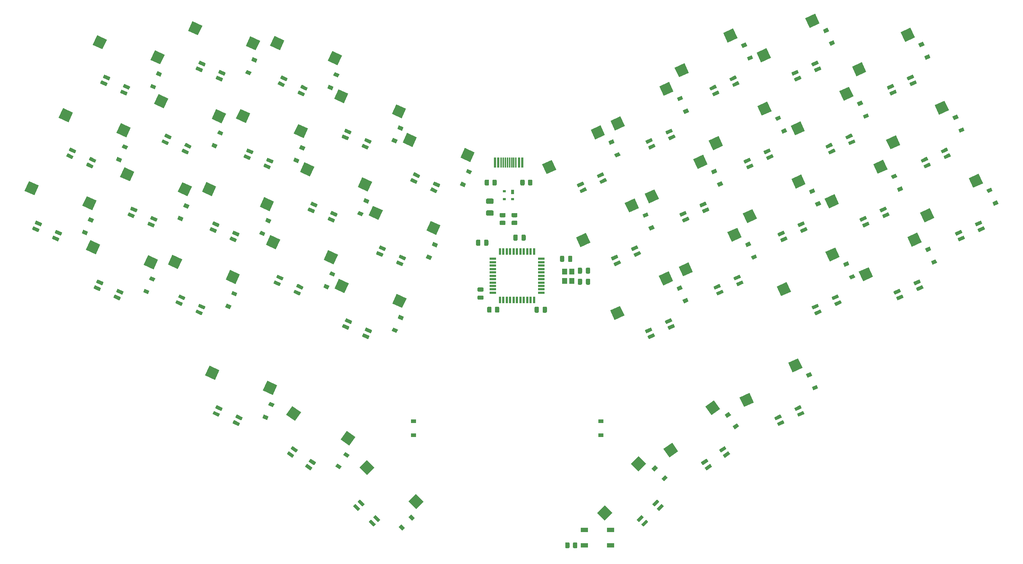
<source format=gbr>
%TF.GenerationSoftware,KiCad,Pcbnew,(5.1.9)-1*%
%TF.CreationDate,2021-07-18T01:14:03-07:00*%
%TF.ProjectId,barobord,6261726f-626f-4726-942e-6b696361645f,rev?*%
%TF.SameCoordinates,Original*%
%TF.FileFunction,Paste,Bot*%
%TF.FilePolarity,Positive*%
%FSLAX46Y46*%
G04 Gerber Fmt 4.6, Leading zero omitted, Abs format (unit mm)*
G04 Created by KiCad (PCBNEW (5.1.9)-1) date 2021-07-18 01:14:03*
%MOMM*%
%LPD*%
G01*
G04 APERTURE LIST*
%ADD10R,1.200000X0.900000*%
%ADD11C,0.100000*%
%ADD12R,1.200000X1.400000*%
%ADD13R,0.600000X2.450000*%
%ADD14R,0.300000X2.450000*%
%ADD15R,0.700000X1.000000*%
%ADD16R,0.700000X0.600000*%
%ADD17R,1.500000X0.550000*%
%ADD18R,0.550000X1.500000*%
%ADD19R,1.800000X1.100000*%
G04 APERTURE END LIST*
D10*
%TO.C,D82*%
X167652593Y-121208404D03*
X167652593Y-124508404D03*
%TD*%
%TO.C,D81*%
X123452593Y-121208404D03*
X123452593Y-124508404D03*
%TD*%
%TO.C,D56*%
G36*
G01*
X119716934Y-83229020D02*
X121018392Y-83835900D01*
G75*
G02*
X121058054Y-83944872I-34655J-74317D01*
G01*
X120780816Y-84539410D01*
G75*
G02*
X120671844Y-84579072I-74317J34655D01*
G01*
X119370386Y-83972192D01*
G75*
G02*
X119330724Y-83863220I34655J74317D01*
G01*
X119607962Y-83268682D01*
G75*
G02*
X119716934Y-83229020I74317J-34655D01*
G01*
G37*
G36*
G01*
X120350862Y-81869558D02*
X121652320Y-82476438D01*
G75*
G02*
X121691982Y-82585410I-34655J-74317D01*
G01*
X121414744Y-83179948D01*
G75*
G02*
X121305772Y-83219610I-74317J34655D01*
G01*
X120004314Y-82612730D01*
G75*
G02*
X119964652Y-82503758I34655J74317D01*
G01*
X120241890Y-81909220D01*
G75*
G02*
X120350862Y-81869558I74317J-34655D01*
G01*
G37*
G36*
G01*
X115004134Y-81031405D02*
X116305592Y-81638285D01*
G75*
G02*
X116345254Y-81747257I-34655J-74317D01*
G01*
X116068016Y-82341795D01*
G75*
G02*
X115959044Y-82381457I-74317J34655D01*
G01*
X114657586Y-81774577D01*
G75*
G02*
X114617924Y-81665605I34655J74317D01*
G01*
X114895162Y-81071067D01*
G75*
G02*
X115004134Y-81031405I74317J-34655D01*
G01*
G37*
G36*
G01*
X115638061Y-79671943D02*
X116939519Y-80278823D01*
G75*
G02*
X116979181Y-80387795I-34655J-74317D01*
G01*
X116701943Y-80982333D01*
G75*
G02*
X116592971Y-81021995I-74317J34655D01*
G01*
X115291513Y-80415115D01*
G75*
G02*
X115251851Y-80306143I34655J74317D01*
G01*
X115529089Y-79711605D01*
G75*
G02*
X115638061Y-79671943I74317J-34655D01*
G01*
G37*
%TD*%
%TO.C,D57*%
G36*
G01*
X111687188Y-100448867D02*
X112988646Y-101055747D01*
G75*
G02*
X113028308Y-101164719I-34655J-74317D01*
G01*
X112751070Y-101759257D01*
G75*
G02*
X112642098Y-101798919I-74317J34655D01*
G01*
X111340640Y-101192039D01*
G75*
G02*
X111300978Y-101083067I34655J74317D01*
G01*
X111578216Y-100488529D01*
G75*
G02*
X111687188Y-100448867I74317J-34655D01*
G01*
G37*
G36*
G01*
X112321116Y-99089405D02*
X113622574Y-99696285D01*
G75*
G02*
X113662236Y-99805257I-34655J-74317D01*
G01*
X113384998Y-100399795D01*
G75*
G02*
X113276026Y-100439457I-74317J34655D01*
G01*
X111974568Y-99832577D01*
G75*
G02*
X111934906Y-99723605I34655J74317D01*
G01*
X112212144Y-99129067D01*
G75*
G02*
X112321116Y-99089405I74317J-34655D01*
G01*
G37*
G36*
G01*
X106974388Y-98251252D02*
X108275846Y-98858132D01*
G75*
G02*
X108315508Y-98967104I-34655J-74317D01*
G01*
X108038270Y-99561642D01*
G75*
G02*
X107929298Y-99601304I-74317J34655D01*
G01*
X106627840Y-98994424D01*
G75*
G02*
X106588178Y-98885452I34655J74317D01*
G01*
X106865416Y-98290914D01*
G75*
G02*
X106974388Y-98251252I74317J-34655D01*
G01*
G37*
G36*
G01*
X107608315Y-96891790D02*
X108909773Y-97498670D01*
G75*
G02*
X108949435Y-97607642I-34655J-74317D01*
G01*
X108672197Y-98202180D01*
G75*
G02*
X108563225Y-98241842I-74317J34655D01*
G01*
X107261767Y-97634962D01*
G75*
G02*
X107222105Y-97525990I34655J74317D01*
G01*
X107499343Y-96931452D01*
G75*
G02*
X107608315Y-96891790I74317J-34655D01*
G01*
G37*
%TD*%
%TO.C,D45*%
G36*
G01*
X61084192Y-74093857D02*
X62385650Y-74700737D01*
G75*
G02*
X62425312Y-74809709I-34655J-74317D01*
G01*
X62148074Y-75404247D01*
G75*
G02*
X62039102Y-75443909I-74317J34655D01*
G01*
X60737644Y-74837029D01*
G75*
G02*
X60697982Y-74728057I34655J74317D01*
G01*
X60975220Y-74133519D01*
G75*
G02*
X61084192Y-74093857I74317J-34655D01*
G01*
G37*
G36*
G01*
X61718120Y-72734395D02*
X63019578Y-73341275D01*
G75*
G02*
X63059240Y-73450247I-34655J-74317D01*
G01*
X62782002Y-74044785D01*
G75*
G02*
X62673030Y-74084447I-74317J34655D01*
G01*
X61371572Y-73477567D01*
G75*
G02*
X61331910Y-73368595I34655J74317D01*
G01*
X61609148Y-72774057D01*
G75*
G02*
X61718120Y-72734395I74317J-34655D01*
G01*
G37*
G36*
G01*
X56371392Y-71896242D02*
X57672850Y-72503122D01*
G75*
G02*
X57712512Y-72612094I-34655J-74317D01*
G01*
X57435274Y-73206632D01*
G75*
G02*
X57326302Y-73246294I-74317J34655D01*
G01*
X56024844Y-72639414D01*
G75*
G02*
X55985182Y-72530442I34655J74317D01*
G01*
X56262420Y-71935904D01*
G75*
G02*
X56371392Y-71896242I74317J-34655D01*
G01*
G37*
G36*
G01*
X57005319Y-70536780D02*
X58306777Y-71143660D01*
G75*
G02*
X58346439Y-71252632I-34655J-74317D01*
G01*
X58069201Y-71847170D01*
G75*
G02*
X57960229Y-71886832I-74317J34655D01*
G01*
X56658771Y-71279952D01*
G75*
G02*
X56619109Y-71170980I34655J74317D01*
G01*
X56896347Y-70576442D01*
G75*
G02*
X57005319Y-70536780I74317J-34655D01*
G01*
G37*
%TD*%
%TO.C,D65*%
G36*
G01*
X175394408Y-81638285D02*
X176695866Y-81031405D01*
G75*
G02*
X176804838Y-81071067I34655J-74317D01*
G01*
X177082076Y-81665605D01*
G75*
G02*
X177042414Y-81774577I-74317J-34655D01*
G01*
X175740956Y-82381457D01*
G75*
G02*
X175631984Y-82341795I-34655J74317D01*
G01*
X175354746Y-81747257D01*
G75*
G02*
X175394408Y-81638285I74317J34655D01*
G01*
G37*
G36*
G01*
X174760481Y-80278823D02*
X176061939Y-79671943D01*
G75*
G02*
X176170911Y-79711605I34655J-74317D01*
G01*
X176448149Y-80306143D01*
G75*
G02*
X176408487Y-80415115I-74317J-34655D01*
G01*
X175107029Y-81021995D01*
G75*
G02*
X174998057Y-80982333I-34655J74317D01*
G01*
X174720819Y-80387795D01*
G75*
G02*
X174760481Y-80278823I74317J34655D01*
G01*
G37*
G36*
G01*
X170681608Y-83835900D02*
X171983066Y-83229020D01*
G75*
G02*
X172092038Y-83268682I34655J-74317D01*
G01*
X172369276Y-83863220D01*
G75*
G02*
X172329614Y-83972192I-74317J-34655D01*
G01*
X171028156Y-84579072D01*
G75*
G02*
X170919184Y-84539410I-34655J74317D01*
G01*
X170641946Y-83944872D01*
G75*
G02*
X170681608Y-83835900I74317J34655D01*
G01*
G37*
G36*
G01*
X170047680Y-82476438D02*
X171349138Y-81869558D01*
G75*
G02*
X171458110Y-81909220I34655J-74317D01*
G01*
X171735348Y-82503758D01*
G75*
G02*
X171695686Y-82612730I-74317J-34655D01*
G01*
X170394228Y-83219610D01*
G75*
G02*
X170285256Y-83179948I-34655J74317D01*
G01*
X170008018Y-82585410D01*
G75*
G02*
X170047680Y-82476438I74317J34655D01*
G01*
G37*
%TD*%
%TO.C,D59*%
G36*
G01*
X98359178Y-131279533D02*
X99535480Y-132103189D01*
G75*
G02*
X99555617Y-132217392I-47033J-67170D01*
G01*
X99179351Y-132754756D01*
G75*
G02*
X99065148Y-132774893I-67170J47033D01*
G01*
X97888846Y-131951237D01*
G75*
G02*
X97868709Y-131837034I47033J67170D01*
G01*
X98244975Y-131299670D01*
G75*
G02*
X98359178Y-131279533I67170J-47033D01*
G01*
G37*
G36*
G01*
X99219543Y-130050805D02*
X100395845Y-130874461D01*
G75*
G02*
X100415982Y-130988664I-47033J-67170D01*
G01*
X100039716Y-131526028D01*
G75*
G02*
X99925513Y-131546165I-67170J47033D01*
G01*
X98749211Y-130722509D01*
G75*
G02*
X98729074Y-130608306I47033J67170D01*
G01*
X99105340Y-130070942D01*
G75*
G02*
X99219543Y-130050805I67170J-47033D01*
G01*
G37*
G36*
G01*
X94099588Y-128296936D02*
X95275890Y-129120592D01*
G75*
G02*
X95296027Y-129234795I-47033J-67170D01*
G01*
X94919761Y-129772159D01*
G75*
G02*
X94805558Y-129792296I-67170J47033D01*
G01*
X93629256Y-128968640D01*
G75*
G02*
X93609119Y-128854437I47033J67170D01*
G01*
X93985385Y-128317073D01*
G75*
G02*
X94099588Y-128296936I67170J-47033D01*
G01*
G37*
G36*
G01*
X94959952Y-127068208D02*
X96136254Y-127891864D01*
G75*
G02*
X96156391Y-128006067I-47033J-67170D01*
G01*
X95780125Y-128543431D01*
G75*
G02*
X95665922Y-128563568I-67170J47033D01*
G01*
X94489620Y-127739912D01*
G75*
G02*
X94469483Y-127625709I47033J67170D01*
G01*
X94845749Y-127088345D01*
G75*
G02*
X94959952Y-127068208I67170J-47033D01*
G01*
G37*
%TD*%
%TO.C,D53*%
G36*
G01*
X103553633Y-72933503D02*
X104855091Y-73540383D01*
G75*
G02*
X104894753Y-73649355I-34655J-74317D01*
G01*
X104617515Y-74243893D01*
G75*
G02*
X104508543Y-74283555I-74317J34655D01*
G01*
X103207085Y-73676675D01*
G75*
G02*
X103167423Y-73567703I34655J74317D01*
G01*
X103444661Y-72973165D01*
G75*
G02*
X103553633Y-72933503I74317J-34655D01*
G01*
G37*
G36*
G01*
X104187561Y-71574041D02*
X105489019Y-72180921D01*
G75*
G02*
X105528681Y-72289893I-34655J-74317D01*
G01*
X105251443Y-72884431D01*
G75*
G02*
X105142471Y-72924093I-74317J34655D01*
G01*
X103841013Y-72317213D01*
G75*
G02*
X103801351Y-72208241I34655J74317D01*
G01*
X104078589Y-71613703D01*
G75*
G02*
X104187561Y-71574041I74317J-34655D01*
G01*
G37*
G36*
G01*
X98840833Y-70735888D02*
X100142291Y-71342768D01*
G75*
G02*
X100181953Y-71451740I-34655J-74317D01*
G01*
X99904715Y-72046278D01*
G75*
G02*
X99795743Y-72085940I-74317J34655D01*
G01*
X98494285Y-71479060D01*
G75*
G02*
X98454623Y-71370088I34655J74317D01*
G01*
X98731861Y-70775550D01*
G75*
G02*
X98840833Y-70735888I74317J-34655D01*
G01*
G37*
G36*
G01*
X99474760Y-69376426D02*
X100776218Y-69983306D01*
G75*
G02*
X100815880Y-70092278I-34655J-74317D01*
G01*
X100538642Y-70686816D01*
G75*
G02*
X100429670Y-70726478I-74317J34655D01*
G01*
X99128212Y-70119598D01*
G75*
G02*
X99088550Y-70010626I34655J74317D01*
G01*
X99365788Y-69416088D01*
G75*
G02*
X99474760Y-69376426I74317J-34655D01*
G01*
G37*
%TD*%
%TO.C,D52*%
G36*
G01*
X95523886Y-90153351D02*
X96825344Y-90760231D01*
G75*
G02*
X96865006Y-90869203I-34655J-74317D01*
G01*
X96587768Y-91463741D01*
G75*
G02*
X96478796Y-91503403I-74317J34655D01*
G01*
X95177338Y-90896523D01*
G75*
G02*
X95137676Y-90787551I34655J74317D01*
G01*
X95414914Y-90193013D01*
G75*
G02*
X95523886Y-90153351I74317J-34655D01*
G01*
G37*
G36*
G01*
X96157814Y-88793889D02*
X97459272Y-89400769D01*
G75*
G02*
X97498934Y-89509741I-34655J-74317D01*
G01*
X97221696Y-90104279D01*
G75*
G02*
X97112724Y-90143941I-74317J34655D01*
G01*
X95811266Y-89537061D01*
G75*
G02*
X95771604Y-89428089I34655J74317D01*
G01*
X96048842Y-88833551D01*
G75*
G02*
X96157814Y-88793889I74317J-34655D01*
G01*
G37*
G36*
G01*
X90811086Y-87955736D02*
X92112544Y-88562616D01*
G75*
G02*
X92152206Y-88671588I-34655J-74317D01*
G01*
X91874968Y-89266126D01*
G75*
G02*
X91765996Y-89305788I-74317J34655D01*
G01*
X90464538Y-88698908D01*
G75*
G02*
X90424876Y-88589936I34655J74317D01*
G01*
X90702114Y-87995398D01*
G75*
G02*
X90811086Y-87955736I74317J-34655D01*
G01*
G37*
G36*
G01*
X91445013Y-86596274D02*
X92746471Y-87203154D01*
G75*
G02*
X92786133Y-87312126I-34655J-74317D01*
G01*
X92508895Y-87906664D01*
G75*
G02*
X92399923Y-87946326I-74317J34655D01*
G01*
X91098465Y-87339446D01*
G75*
G02*
X91058803Y-87230474I34655J74317D01*
G01*
X91336041Y-86635936D01*
G75*
G02*
X91445013Y-86596274I74317J-34655D01*
G01*
G37*
%TD*%
%TO.C,D54*%
G36*
G01*
X111583380Y-55713656D02*
X112884838Y-56320536D01*
G75*
G02*
X112924500Y-56429508I-34655J-74317D01*
G01*
X112647262Y-57024046D01*
G75*
G02*
X112538290Y-57063708I-74317J34655D01*
G01*
X111236832Y-56456828D01*
G75*
G02*
X111197170Y-56347856I34655J74317D01*
G01*
X111474408Y-55753318D01*
G75*
G02*
X111583380Y-55713656I74317J-34655D01*
G01*
G37*
G36*
G01*
X112217308Y-54354194D02*
X113518766Y-54961074D01*
G75*
G02*
X113558428Y-55070046I-34655J-74317D01*
G01*
X113281190Y-55664584D01*
G75*
G02*
X113172218Y-55704246I-74317J34655D01*
G01*
X111870760Y-55097366D01*
G75*
G02*
X111831098Y-54988394I34655J74317D01*
G01*
X112108336Y-54393856D01*
G75*
G02*
X112217308Y-54354194I74317J-34655D01*
G01*
G37*
G36*
G01*
X106870580Y-53516041D02*
X108172038Y-54122921D01*
G75*
G02*
X108211700Y-54231893I-34655J-74317D01*
G01*
X107934462Y-54826431D01*
G75*
G02*
X107825490Y-54866093I-74317J34655D01*
G01*
X106524032Y-54259213D01*
G75*
G02*
X106484370Y-54150241I34655J74317D01*
G01*
X106761608Y-53555703D01*
G75*
G02*
X106870580Y-53516041I74317J-34655D01*
G01*
G37*
G36*
G01*
X107504507Y-52156579D02*
X108805965Y-52763459D01*
G75*
G02*
X108845627Y-52872431I-34655J-74317D01*
G01*
X108568389Y-53466969D01*
G75*
G02*
X108459417Y-53506631I-74317J34655D01*
G01*
X107157959Y-52899751D01*
G75*
G02*
X107118297Y-52790779I34655J74317D01*
G01*
X107395535Y-52196241D01*
G75*
G02*
X107504507Y-52156579I74317J-34655D01*
G01*
G37*
%TD*%
D11*
%TO.C,SW24*%
G36*
X88646754Y-79542826D02*
G01*
X89703299Y-77277057D01*
X92014384Y-78354734D01*
X90957839Y-80620503D01*
X88646754Y-79542826D01*
G37*
G36*
X102272567Y-83094067D02*
G01*
X103329112Y-80828298D01*
X105640197Y-81905975D01*
X104583652Y-84171744D01*
X102272567Y-83094067D01*
G37*
%TD*%
%TO.C,SW4*%
G36*
X104706248Y-45103131D02*
G01*
X105762793Y-42837362D01*
X108073878Y-43915039D01*
X107017333Y-46180808D01*
X104706248Y-45103131D01*
G37*
G36*
X118332061Y-48654372D02*
G01*
X119388606Y-46388603D01*
X121699691Y-47466280D01*
X120643146Y-49732049D01*
X118332061Y-48654372D01*
G37*
%TD*%
%TO.C,SW14*%
G36*
X96676501Y-62322978D02*
G01*
X97733046Y-60057209D01*
X100044131Y-61134886D01*
X98987586Y-63400655D01*
X96676501Y-62322978D01*
G37*
G36*
X110302314Y-65874219D02*
G01*
X111358859Y-63608450D01*
X113669944Y-64686127D01*
X112613399Y-66951896D01*
X110302314Y-65874219D01*
G37*
%TD*%
%TO.C,SW34*%
G36*
X93429024Y-119636005D02*
G01*
X94862965Y-117588125D01*
X96951802Y-119050745D01*
X95517861Y-121098625D01*
X93429024Y-119636005D01*
G37*
G36*
X106231164Y-125499392D02*
G01*
X107665105Y-123451512D01*
X109753942Y-124914132D01*
X108320001Y-126962012D01*
X106231164Y-125499392D01*
G37*
%TD*%
%TO.C,SW7*%
G36*
X170979294Y-52570796D02*
G01*
X169922749Y-50305027D01*
X172233834Y-49227350D01*
X173290379Y-51493119D01*
X170979294Y-52570796D01*
G37*
G36*
X182458206Y-44415512D02*
G01*
X181401661Y-42149743D01*
X183712746Y-41072066D01*
X184769291Y-43337835D01*
X182458206Y-44415512D01*
G37*
%TD*%
%TO.C,SW40*%
G36*
X229508229Y-88170844D02*
G01*
X228451684Y-85905075D01*
X230762769Y-84827398D01*
X231819314Y-87093167D01*
X229508229Y-88170844D01*
G37*
G36*
X240987141Y-80015560D02*
G01*
X239930596Y-77749791D01*
X242241681Y-76672114D01*
X243298226Y-78937883D01*
X240987141Y-80015560D01*
G37*
%TD*%
%TO.C,SW39*%
G36*
X210175291Y-91669052D02*
G01*
X209118746Y-89403283D01*
X211429831Y-88325606D01*
X212486376Y-90591375D01*
X210175291Y-91669052D01*
G37*
G36*
X221654203Y-83513768D02*
G01*
X220597658Y-81247999D01*
X222908743Y-80170322D01*
X223965288Y-82436091D01*
X221654203Y-83513768D01*
G37*
%TD*%
%TO.C,SW38*%
G36*
X201407808Y-117824955D02*
G01*
X200351263Y-115559186D01*
X202662348Y-114481509D01*
X203718893Y-116747278D01*
X201407808Y-117824955D01*
G37*
G36*
X212886720Y-109669671D02*
G01*
X211830175Y-107403902D01*
X214141260Y-106326225D01*
X215197805Y-108591994D01*
X212886720Y-109669671D01*
G37*
%TD*%
%TO.C,SW37*%
G36*
X183796560Y-129771101D02*
G01*
X182362619Y-127723221D01*
X184451456Y-126260601D01*
X185885397Y-128308481D01*
X183796560Y-129771101D01*
G37*
G36*
X193684932Y-119746421D02*
G01*
X192250991Y-117698541D01*
X194339828Y-116235921D01*
X195773769Y-118283801D01*
X193684932Y-119746421D01*
G37*
%TD*%
%TO.C,SW36*%
G36*
X168527294Y-144593920D02*
G01*
X166759527Y-142826153D01*
X168562650Y-141023030D01*
X170330417Y-142790797D01*
X168527294Y-144593920D01*
G37*
G36*
X176524671Y-133004440D02*
G01*
X174756904Y-131236673D01*
X176560027Y-129433550D01*
X178327794Y-131201317D01*
X176524671Y-133004440D01*
G37*
%TD*%
%TO.C,SW35*%
G36*
X110678129Y-132099343D02*
G01*
X112445896Y-130331576D01*
X114249019Y-132134699D01*
X112481252Y-133902466D01*
X110678129Y-132099343D01*
G37*
G36*
X122267609Y-140096720D02*
G01*
X124035376Y-138328953D01*
X125838499Y-140132076D01*
X124070732Y-141899843D01*
X122267609Y-140096720D01*
G37*
%TD*%
%TO.C,SW33*%
G36*
X74277734Y-110357290D02*
G01*
X75334279Y-108091521D01*
X77645364Y-109169198D01*
X76588819Y-111434967D01*
X74277734Y-110357290D01*
G37*
G36*
X87903547Y-113908531D02*
G01*
X88960092Y-111642762D01*
X91271177Y-112720439D01*
X90214632Y-114986208D01*
X87903547Y-113908531D01*
G37*
%TD*%
%TO.C,SW32*%
G36*
X65510251Y-84201387D02*
G01*
X66566796Y-81935618D01*
X68877881Y-83013295D01*
X67821336Y-85279064D01*
X65510251Y-84201387D01*
G37*
G36*
X79136064Y-87752628D02*
G01*
X80192609Y-85486859D01*
X82503694Y-86564536D01*
X81447149Y-88830305D01*
X79136064Y-87752628D01*
G37*
%TD*%
%TO.C,SW31*%
G36*
X46177313Y-80703179D02*
G01*
X47233858Y-78437410D01*
X49544943Y-79515087D01*
X48488398Y-81780856D01*
X46177313Y-80703179D01*
G37*
G36*
X59803126Y-84254420D02*
G01*
X60859671Y-81988651D01*
X63170756Y-83066328D01*
X62114211Y-85332097D01*
X59803126Y-84254420D01*
G37*
%TD*%
%TO.C,SW30*%
G36*
X243981057Y-74250097D02*
G01*
X242924512Y-71984328D01*
X245235597Y-70906651D01*
X246292142Y-73172420D01*
X243981057Y-74250097D01*
G37*
G36*
X255459969Y-66094813D02*
G01*
X254403424Y-63829044D01*
X256714509Y-62751367D01*
X257771054Y-65017136D01*
X255459969Y-66094813D01*
G37*
%TD*%
%TO.C,SW29*%
G36*
X221478482Y-70950997D02*
G01*
X220421937Y-68685228D01*
X222733022Y-67607551D01*
X223789567Y-69873320D01*
X221478482Y-70950997D01*
G37*
G36*
X232957394Y-62795713D02*
G01*
X231900849Y-60529944D01*
X234211934Y-59452267D01*
X235268479Y-61718036D01*
X232957394Y-62795713D01*
G37*
%TD*%
%TO.C,SW28*%
G36*
X202145544Y-74449205D02*
G01*
X201088999Y-72183436D01*
X203400084Y-71105759D01*
X204456629Y-73371528D01*
X202145544Y-74449205D01*
G37*
G36*
X213624456Y-66293921D02*
G01*
X212567911Y-64028152D01*
X214878996Y-62950475D01*
X215935541Y-65216244D01*
X213624456Y-66293921D01*
G37*
%TD*%
%TO.C,SW27*%
G36*
X187038788Y-87010491D02*
G01*
X185982243Y-84744722D01*
X188293328Y-83667045D01*
X189349873Y-85932814D01*
X187038788Y-87010491D01*
G37*
G36*
X198517700Y-78855207D02*
G01*
X197461155Y-76589438D01*
X199772240Y-75511761D01*
X200828785Y-77777530D01*
X198517700Y-78855207D01*
G37*
%TD*%
%TO.C,SW26*%
G36*
X170875486Y-97306007D02*
G01*
X169818941Y-95040238D01*
X172130026Y-93962561D01*
X173186571Y-96228330D01*
X170875486Y-97306007D01*
G37*
G36*
X182354398Y-89150723D02*
G01*
X181297853Y-86884954D01*
X183608938Y-85807277D01*
X184665483Y-88073046D01*
X182354398Y-89150723D01*
G37*
%TD*%
%TO.C,SW25*%
G36*
X104810056Y-89838342D02*
G01*
X105866601Y-87572573D01*
X108177686Y-88650250D01*
X107121141Y-90916019D01*
X104810056Y-89838342D01*
G37*
G36*
X118435869Y-93389583D02*
G01*
X119492414Y-91123814D01*
X121803499Y-92201491D01*
X120746954Y-94467260D01*
X118435869Y-93389583D01*
G37*
%TD*%
%TO.C,SW23*%
G36*
X73539998Y-66981540D02*
G01*
X74596543Y-64715771D01*
X76907628Y-65793448D01*
X75851083Y-68059217D01*
X73539998Y-66981540D01*
G37*
G36*
X87165811Y-70532781D02*
G01*
X88222356Y-68267012D01*
X90533441Y-69344689D01*
X89476896Y-71610458D01*
X87165811Y-70532781D01*
G37*
%TD*%
%TO.C,SW22*%
G36*
X54207060Y-63483332D02*
G01*
X55263605Y-61217563D01*
X57574690Y-62295240D01*
X56518145Y-64561009D01*
X54207060Y-63483332D01*
G37*
G36*
X67832873Y-67034573D02*
G01*
X68889418Y-64768804D01*
X71200503Y-65846481D01*
X70143958Y-68112250D01*
X67832873Y-67034573D01*
G37*
%TD*%
%TO.C,SW21*%
G36*
X31704485Y-66782432D02*
G01*
X32761030Y-64516663D01*
X35072115Y-65594340D01*
X34015570Y-67860109D01*
X31704485Y-66782432D01*
G37*
G36*
X45330298Y-70333673D02*
G01*
X46386843Y-68067904D01*
X48697928Y-69145581D01*
X47641383Y-71411350D01*
X45330298Y-70333673D01*
G37*
%TD*%
%TO.C,SW20*%
G36*
X235951310Y-57030250D02*
G01*
X234894765Y-54764481D01*
X237205850Y-53686804D01*
X238262395Y-55952573D01*
X235951310Y-57030250D01*
G37*
G36*
X247430222Y-48874966D02*
G01*
X246373677Y-46609197D01*
X248684762Y-45531520D01*
X249741307Y-47797289D01*
X247430222Y-48874966D01*
G37*
%TD*%
%TO.C,SW19*%
G36*
X213448735Y-53731150D02*
G01*
X212392190Y-51465381D01*
X214703275Y-50387704D01*
X215759820Y-52653473D01*
X213448735Y-53731150D01*
G37*
G36*
X224927647Y-45575866D02*
G01*
X223871102Y-43310097D01*
X226182187Y-42232420D01*
X227238732Y-44498189D01*
X224927647Y-45575866D01*
G37*
%TD*%
%TO.C,SW18*%
G36*
X194115797Y-57229358D02*
G01*
X193059252Y-54963589D01*
X195370337Y-53885912D01*
X196426882Y-56151681D01*
X194115797Y-57229358D01*
G37*
G36*
X205594709Y-49074074D02*
G01*
X204538164Y-46808305D01*
X206849249Y-45730628D01*
X207905794Y-47996397D01*
X205594709Y-49074074D01*
G37*
%TD*%
%TO.C,SW17*%
G36*
X179009041Y-69790643D02*
G01*
X177952496Y-67524874D01*
X180263581Y-66447197D01*
X181320126Y-68712966D01*
X179009041Y-69790643D01*
G37*
G36*
X190487953Y-61635359D02*
G01*
X189431408Y-59369590D01*
X191742493Y-58291913D01*
X192799038Y-60557682D01*
X190487953Y-61635359D01*
G37*
%TD*%
%TO.C,SW16*%
G36*
X162845740Y-80086160D02*
G01*
X161789195Y-77820391D01*
X164100280Y-76742714D01*
X165156825Y-79008483D01*
X162845740Y-80086160D01*
G37*
G36*
X174324652Y-71930876D02*
G01*
X173268107Y-69665107D01*
X175579192Y-68587430D01*
X176635737Y-70853199D01*
X174324652Y-71930876D01*
G37*
%TD*%
%TO.C,SW15*%
G36*
X112839802Y-72618495D02*
G01*
X113896347Y-70352726D01*
X116207432Y-71430403D01*
X115150887Y-73696172D01*
X112839802Y-72618495D01*
G37*
G36*
X126465615Y-76169736D02*
G01*
X127522160Y-73903967D01*
X129833245Y-74981644D01*
X128776700Y-77247413D01*
X126465615Y-76169736D01*
G37*
%TD*%
%TO.C,SW13*%
G36*
X81569745Y-49761693D02*
G01*
X82626290Y-47495924D01*
X84937375Y-48573601D01*
X83880830Y-50839370D01*
X81569745Y-49761693D01*
G37*
G36*
X95195558Y-53312934D02*
G01*
X96252103Y-51047165D01*
X98563188Y-52124842D01*
X97506643Y-54390611D01*
X95195558Y-53312934D01*
G37*
%TD*%
%TO.C,SW12*%
G36*
X62236807Y-46263485D02*
G01*
X63293352Y-43997716D01*
X65604437Y-45075393D01*
X64547892Y-47341162D01*
X62236807Y-46263485D01*
G37*
G36*
X75862620Y-49814726D02*
G01*
X76919165Y-47548957D01*
X79230250Y-48626634D01*
X78173705Y-50892403D01*
X75862620Y-49814726D01*
G37*
%TD*%
%TO.C,SW11*%
G36*
X39734232Y-49562585D02*
G01*
X40790777Y-47296816D01*
X43101862Y-48374493D01*
X42045317Y-50640262D01*
X39734232Y-49562585D01*
G37*
G36*
X53360045Y-53113826D02*
G01*
X54416590Y-50848057D01*
X56727675Y-51925734D01*
X55671130Y-54191503D01*
X53360045Y-53113826D01*
G37*
%TD*%
%TO.C,SW10*%
G36*
X227921563Y-39810403D02*
G01*
X226865018Y-37544634D01*
X229176103Y-36466957D01*
X230232648Y-38732726D01*
X227921563Y-39810403D01*
G37*
G36*
X239400475Y-31655119D02*
G01*
X238343930Y-29389350D01*
X240655015Y-28311673D01*
X241711560Y-30577442D01*
X239400475Y-31655119D01*
G37*
%TD*%
%TO.C,SW9*%
G36*
X205418988Y-36511303D02*
G01*
X204362443Y-34245534D01*
X206673528Y-33167857D01*
X207730073Y-35433626D01*
X205418988Y-36511303D01*
G37*
G36*
X216897900Y-28356019D02*
G01*
X215841355Y-26090250D01*
X218152440Y-25012573D01*
X219208985Y-27278342D01*
X216897900Y-28356019D01*
G37*
%TD*%
%TO.C,SW8*%
G36*
X186086050Y-40009511D02*
G01*
X185029505Y-37743742D01*
X187340590Y-36666065D01*
X188397135Y-38931834D01*
X186086050Y-40009511D01*
G37*
G36*
X197564962Y-31854227D02*
G01*
X196508417Y-29588458D01*
X198819502Y-28510781D01*
X199876047Y-30776550D01*
X197564962Y-31854227D01*
G37*
%TD*%
%TO.C,SW6*%
G36*
X154815993Y-62866313D02*
G01*
X153759448Y-60600544D01*
X156070533Y-59522867D01*
X157127078Y-61788636D01*
X154815993Y-62866313D01*
G37*
G36*
X166294905Y-54711029D02*
G01*
X165238360Y-52445260D01*
X167549445Y-51367583D01*
X168605990Y-53633352D01*
X166294905Y-54711029D01*
G37*
%TD*%
%TO.C,SW5*%
G36*
X120869549Y-55398648D02*
G01*
X121926094Y-53132879D01*
X124237179Y-54210556D01*
X123180634Y-56476325D01*
X120869549Y-55398648D01*
G37*
G36*
X134495362Y-58949889D02*
G01*
X135551907Y-56684120D01*
X137862992Y-57761797D01*
X136806447Y-60027566D01*
X134495362Y-58949889D01*
G37*
%TD*%
%TO.C,SW3*%
G36*
X89599492Y-32541846D02*
G01*
X90656037Y-30276077D01*
X92967122Y-31353754D01*
X91910577Y-33619523D01*
X89599492Y-32541846D01*
G37*
G36*
X103225305Y-36093087D02*
G01*
X104281850Y-33827318D01*
X106592935Y-34904995D01*
X105536390Y-37170764D01*
X103225305Y-36093087D01*
G37*
%TD*%
%TO.C,SW2*%
G36*
X70266554Y-29043638D02*
G01*
X71323099Y-26777869D01*
X73634184Y-27855546D01*
X72577639Y-30121315D01*
X70266554Y-29043638D01*
G37*
G36*
X83892367Y-32594879D02*
G01*
X84948912Y-30329110D01*
X87259997Y-31406787D01*
X86203452Y-33672556D01*
X83892367Y-32594879D01*
G37*
%TD*%
%TO.C,SW1*%
G36*
X47763979Y-32342738D02*
G01*
X48820524Y-30076969D01*
X51131609Y-31154646D01*
X50075064Y-33420415D01*
X47763979Y-32342738D01*
G37*
G36*
X61389792Y-35893979D02*
G01*
X62446337Y-33628210D01*
X64757422Y-34705887D01*
X63700877Y-36971656D01*
X61389792Y-35893979D01*
G37*
%TD*%
D12*
%TO.C,Y1*%
X160752593Y-88108404D03*
X160752593Y-85908404D03*
X159052593Y-85908404D03*
X159052593Y-88108404D03*
%TD*%
D13*
%TO.C,USB1*%
X149077593Y-60103404D03*
X142627593Y-60103404D03*
X148302593Y-60103404D03*
X143402593Y-60103404D03*
D14*
X144102593Y-60103404D03*
X147602593Y-60103404D03*
X144602593Y-60103404D03*
X147102593Y-60103404D03*
X145102593Y-60103404D03*
X146602593Y-60103404D03*
X146102593Y-60103404D03*
X145602593Y-60103404D03*
%TD*%
D15*
%TO.C,U2*%
X146852593Y-67108404D03*
D16*
X144852593Y-66908404D03*
X146852593Y-68808404D03*
X144852593Y-68808404D03*
%TD*%
D17*
%TO.C,U1*%
X142152593Y-82858404D03*
X142152593Y-83658404D03*
X142152593Y-84458404D03*
X142152593Y-85258404D03*
X142152593Y-86058404D03*
X142152593Y-86858404D03*
X142152593Y-87658404D03*
X142152593Y-88458404D03*
X142152593Y-89258404D03*
X142152593Y-90058404D03*
X142152593Y-90858404D03*
D18*
X143852593Y-92558404D03*
X144652593Y-92558404D03*
X145452593Y-92558404D03*
X146252593Y-92558404D03*
X147052593Y-92558404D03*
X147852593Y-92558404D03*
X148652593Y-92558404D03*
X149452593Y-92558404D03*
X150252593Y-92558404D03*
X151052593Y-92558404D03*
X151852593Y-92558404D03*
D17*
X153552593Y-90858404D03*
X153552593Y-90058404D03*
X153552593Y-89258404D03*
X153552593Y-88458404D03*
X153552593Y-87658404D03*
X153552593Y-86858404D03*
X153552593Y-86058404D03*
X153552593Y-85258404D03*
X153552593Y-84458404D03*
X153552593Y-83658404D03*
X153552593Y-82858404D03*
D18*
X151852593Y-81158404D03*
X151052593Y-81158404D03*
X150252593Y-81158404D03*
X149452593Y-81158404D03*
X148652593Y-81158404D03*
X147852593Y-81158404D03*
X147052593Y-81158404D03*
X146252593Y-81158404D03*
X145452593Y-81158404D03*
X144652593Y-81158404D03*
X143852593Y-81158404D03*
%TD*%
D19*
%TO.C,SW41*%
X163752593Y-146808404D03*
X169952593Y-150508404D03*
X163752593Y-150508404D03*
X169952593Y-146808404D03*
%TD*%
%TO.C,R6*%
G36*
G01*
X141252593Y-64408402D02*
X141252593Y-65308406D01*
G75*
G02*
X141002595Y-65558404I-249998J0D01*
G01*
X140477591Y-65558404D01*
G75*
G02*
X140227593Y-65308406I0J249998D01*
G01*
X140227593Y-64408402D01*
G75*
G02*
X140477591Y-64158404I249998J0D01*
G01*
X141002595Y-64158404D01*
G75*
G02*
X141252593Y-64408402I0J-249998D01*
G01*
G37*
G36*
G01*
X143077593Y-64408402D02*
X143077593Y-65308406D01*
G75*
G02*
X142827595Y-65558404I-249998J0D01*
G01*
X142302591Y-65558404D01*
G75*
G02*
X142052593Y-65308406I0J249998D01*
G01*
X142052593Y-64408402D01*
G75*
G02*
X142302591Y-64158404I249998J0D01*
G01*
X142827595Y-64158404D01*
G75*
G02*
X143077593Y-64408402I0J-249998D01*
G01*
G37*
%TD*%
%TO.C,R5*%
G36*
G01*
X150452593Y-65308406D02*
X150452593Y-64408402D01*
G75*
G02*
X150702591Y-64158404I249998J0D01*
G01*
X151227595Y-64158404D01*
G75*
G02*
X151477593Y-64408402I0J-249998D01*
G01*
X151477593Y-65308406D01*
G75*
G02*
X151227595Y-65558404I-249998J0D01*
G01*
X150702591Y-65558404D01*
G75*
G02*
X150452593Y-65308406I0J249998D01*
G01*
G37*
G36*
G01*
X148627593Y-65308406D02*
X148627593Y-64408402D01*
G75*
G02*
X148877591Y-64158404I249998J0D01*
G01*
X149402595Y-64158404D01*
G75*
G02*
X149652593Y-64408402I0J-249998D01*
G01*
X149652593Y-65308406D01*
G75*
G02*
X149402595Y-65558404I-249998J0D01*
G01*
X148877591Y-65558404D01*
G75*
G02*
X148627593Y-65308406I0J249998D01*
G01*
G37*
%TD*%
%TO.C,R4*%
G36*
G01*
X161052593Y-150908406D02*
X161052593Y-150008402D01*
G75*
G02*
X161302591Y-149758404I249998J0D01*
G01*
X161827595Y-149758404D01*
G75*
G02*
X162077593Y-150008402I0J-249998D01*
G01*
X162077593Y-150908406D01*
G75*
G02*
X161827595Y-151158404I-249998J0D01*
G01*
X161302591Y-151158404D01*
G75*
G02*
X161052593Y-150908406I0J249998D01*
G01*
G37*
G36*
G01*
X159227593Y-150908406D02*
X159227593Y-150008402D01*
G75*
G02*
X159477591Y-149758404I249998J0D01*
G01*
X160002595Y-149758404D01*
G75*
G02*
X160252593Y-150008402I0J-249998D01*
G01*
X160252593Y-150908406D01*
G75*
G02*
X160002595Y-151158404I-249998J0D01*
G01*
X159477591Y-151158404D01*
G75*
G02*
X159227593Y-150908406I0J249998D01*
G01*
G37*
%TD*%
%TO.C,R3*%
G36*
G01*
X146802591Y-73858404D02*
X147702595Y-73858404D01*
G75*
G02*
X147952593Y-74108402I0J-249998D01*
G01*
X147952593Y-74633406D01*
G75*
G02*
X147702595Y-74883404I-249998J0D01*
G01*
X146802591Y-74883404D01*
G75*
G02*
X146552593Y-74633406I0J249998D01*
G01*
X146552593Y-74108402D01*
G75*
G02*
X146802591Y-73858404I249998J0D01*
G01*
G37*
G36*
G01*
X146802591Y-72033404D02*
X147702595Y-72033404D01*
G75*
G02*
X147952593Y-72283402I0J-249998D01*
G01*
X147952593Y-72808406D01*
G75*
G02*
X147702595Y-73058404I-249998J0D01*
G01*
X146802591Y-73058404D01*
G75*
G02*
X146552593Y-72808406I0J249998D01*
G01*
X146552593Y-72283402D01*
G75*
G02*
X146802591Y-72033404I249998J0D01*
G01*
G37*
%TD*%
%TO.C,R2*%
G36*
G01*
X144902595Y-73058404D02*
X144002591Y-73058404D01*
G75*
G02*
X143752593Y-72808406I0J249998D01*
G01*
X143752593Y-72283402D01*
G75*
G02*
X144002591Y-72033404I249998J0D01*
G01*
X144902595Y-72033404D01*
G75*
G02*
X145152593Y-72283402I0J-249998D01*
G01*
X145152593Y-72808406D01*
G75*
G02*
X144902595Y-73058404I-249998J0D01*
G01*
G37*
G36*
G01*
X144902595Y-74883404D02*
X144002591Y-74883404D01*
G75*
G02*
X143752593Y-74633406I0J249998D01*
G01*
X143752593Y-74108402D01*
G75*
G02*
X144002591Y-73858404I249998J0D01*
G01*
X144902595Y-73858404D01*
G75*
G02*
X145152593Y-74108402I0J-249998D01*
G01*
X145152593Y-74633406D01*
G75*
G02*
X144902595Y-74883404I-249998J0D01*
G01*
G37*
%TD*%
%TO.C,R1*%
G36*
G01*
X142652593Y-95308406D02*
X142652593Y-94408402D01*
G75*
G02*
X142902591Y-94158404I249998J0D01*
G01*
X143427595Y-94158404D01*
G75*
G02*
X143677593Y-94408402I0J-249998D01*
G01*
X143677593Y-95308406D01*
G75*
G02*
X143427595Y-95558404I-249998J0D01*
G01*
X142902591Y-95558404D01*
G75*
G02*
X142652593Y-95308406I0J249998D01*
G01*
G37*
G36*
G01*
X140827593Y-95308406D02*
X140827593Y-94408402D01*
G75*
G02*
X141077591Y-94158404I249998J0D01*
G01*
X141602595Y-94158404D01*
G75*
G02*
X141852593Y-94408402I0J-249998D01*
G01*
X141852593Y-95308406D01*
G75*
G02*
X141602595Y-95558404I-249998J0D01*
G01*
X141077591Y-95558404D01*
G75*
G02*
X140827593Y-95308406I0J249998D01*
G01*
G37*
%TD*%
%TO.C,F1*%
G36*
G01*
X142077593Y-69883404D02*
X140827593Y-69883404D01*
G75*
G02*
X140577593Y-69633404I0J250000D01*
G01*
X140577593Y-68883404D01*
G75*
G02*
X140827593Y-68633404I250000J0D01*
G01*
X142077593Y-68633404D01*
G75*
G02*
X142327593Y-68883404I0J-250000D01*
G01*
X142327593Y-69633404D01*
G75*
G02*
X142077593Y-69883404I-250000J0D01*
G01*
G37*
G36*
G01*
X142077593Y-72683404D02*
X140827593Y-72683404D01*
G75*
G02*
X140577593Y-72433404I0J250000D01*
G01*
X140577593Y-71683404D01*
G75*
G02*
X140827593Y-71433404I250000J0D01*
G01*
X142077593Y-71433404D01*
G75*
G02*
X142327593Y-71683404I0J-250000D01*
G01*
X142327593Y-72433404D01*
G75*
G02*
X142077593Y-72683404I-250000J0D01*
G01*
G37*
%TD*%
%TO.C,D77*%
G36*
G01*
X242056897Y-89722969D02*
X243358355Y-89116089D01*
G75*
G02*
X243467327Y-89155751I34655J-74317D01*
G01*
X243744565Y-89750289D01*
G75*
G02*
X243704903Y-89859261I-74317J-34655D01*
G01*
X242403445Y-90466141D01*
G75*
G02*
X242294473Y-90426479I-34655J74317D01*
G01*
X242017235Y-89831941D01*
G75*
G02*
X242056897Y-89722969I74317J34655D01*
G01*
G37*
G36*
G01*
X241422970Y-88363507D02*
X242724428Y-87756627D01*
G75*
G02*
X242833400Y-87796289I34655J-74317D01*
G01*
X243110638Y-88390827D01*
G75*
G02*
X243070976Y-88499799I-74317J-34655D01*
G01*
X241769518Y-89106679D01*
G75*
G02*
X241660546Y-89067017I-34655J74317D01*
G01*
X241383308Y-88472479D01*
G75*
G02*
X241422970Y-88363507I74317J34655D01*
G01*
G37*
G36*
G01*
X237344097Y-91920584D02*
X238645555Y-91313704D01*
G75*
G02*
X238754527Y-91353366I34655J-74317D01*
G01*
X239031765Y-91947904D01*
G75*
G02*
X238992103Y-92056876I-74317J-34655D01*
G01*
X237690645Y-92663756D01*
G75*
G02*
X237581673Y-92624094I-34655J74317D01*
G01*
X237304435Y-92029556D01*
G75*
G02*
X237344097Y-91920584I74317J34655D01*
G01*
G37*
G36*
G01*
X236710169Y-90561122D02*
X238011627Y-89954242D01*
G75*
G02*
X238120599Y-89993904I34655J-74317D01*
G01*
X238397837Y-90588442D01*
G75*
G02*
X238358175Y-90697414I-74317J-34655D01*
G01*
X237056717Y-91304294D01*
G75*
G02*
X236947745Y-91264632I-34655J74317D01*
G01*
X236670507Y-90670094D01*
G75*
G02*
X236710169Y-90561122I74317J34655D01*
G01*
G37*
%TD*%
%TO.C,D70*%
G36*
G01*
X222723959Y-93221177D02*
X224025417Y-92614297D01*
G75*
G02*
X224134389Y-92653959I34655J-74317D01*
G01*
X224411627Y-93248497D01*
G75*
G02*
X224371965Y-93357469I-74317J-34655D01*
G01*
X223070507Y-93964349D01*
G75*
G02*
X222961535Y-93924687I-34655J74317D01*
G01*
X222684297Y-93330149D01*
G75*
G02*
X222723959Y-93221177I74317J34655D01*
G01*
G37*
G36*
G01*
X222090032Y-91861715D02*
X223391490Y-91254835D01*
G75*
G02*
X223500462Y-91294497I34655J-74317D01*
G01*
X223777700Y-91889035D01*
G75*
G02*
X223738038Y-91998007I-74317J-34655D01*
G01*
X222436580Y-92604887D01*
G75*
G02*
X222327608Y-92565225I-34655J74317D01*
G01*
X222050370Y-91970687D01*
G75*
G02*
X222090032Y-91861715I74317J34655D01*
G01*
G37*
G36*
G01*
X218011159Y-95418792D02*
X219312617Y-94811912D01*
G75*
G02*
X219421589Y-94851574I34655J-74317D01*
G01*
X219698827Y-95446112D01*
G75*
G02*
X219659165Y-95555084I-74317J-34655D01*
G01*
X218357707Y-96161964D01*
G75*
G02*
X218248735Y-96122302I-34655J74317D01*
G01*
X217971497Y-95527764D01*
G75*
G02*
X218011159Y-95418792I74317J34655D01*
G01*
G37*
G36*
G01*
X217377231Y-94059330D02*
X218678689Y-93452450D01*
G75*
G02*
X218787661Y-93492112I34655J-74317D01*
G01*
X219064899Y-94086650D01*
G75*
G02*
X219025237Y-94195622I-74317J-34655D01*
G01*
X217723779Y-94802502D01*
G75*
G02*
X217614807Y-94762840I-34655J74317D01*
G01*
X217337569Y-94168302D01*
G75*
G02*
X217377231Y-94059330I74317J34655D01*
G01*
G37*
%TD*%
%TO.C,D63*%
G36*
G01*
X213956476Y-119377080D02*
X215257934Y-118770200D01*
G75*
G02*
X215366906Y-118809862I34655J-74317D01*
G01*
X215644144Y-119404400D01*
G75*
G02*
X215604482Y-119513372I-74317J-34655D01*
G01*
X214303024Y-120120252D01*
G75*
G02*
X214194052Y-120080590I-34655J74317D01*
G01*
X213916814Y-119486052D01*
G75*
G02*
X213956476Y-119377080I74317J34655D01*
G01*
G37*
G36*
G01*
X213322549Y-118017618D02*
X214624007Y-117410738D01*
G75*
G02*
X214732979Y-117450400I34655J-74317D01*
G01*
X215010217Y-118044938D01*
G75*
G02*
X214970555Y-118153910I-74317J-34655D01*
G01*
X213669097Y-118760790D01*
G75*
G02*
X213560125Y-118721128I-34655J74317D01*
G01*
X213282887Y-118126590D01*
G75*
G02*
X213322549Y-118017618I74317J34655D01*
G01*
G37*
G36*
G01*
X209243676Y-121574695D02*
X210545134Y-120967815D01*
G75*
G02*
X210654106Y-121007477I34655J-74317D01*
G01*
X210931344Y-121602015D01*
G75*
G02*
X210891682Y-121710987I-74317J-34655D01*
G01*
X209590224Y-122317867D01*
G75*
G02*
X209481252Y-122278205I-34655J74317D01*
G01*
X209204014Y-121683667D01*
G75*
G02*
X209243676Y-121574695I74317J34655D01*
G01*
G37*
G36*
G01*
X208609748Y-120215233D02*
X209911206Y-119608353D01*
G75*
G02*
X210020178Y-119648015I34655J-74317D01*
G01*
X210297416Y-120242553D01*
G75*
G02*
X210257754Y-120351525I-74317J-34655D01*
G01*
X208956296Y-120958405D01*
G75*
G02*
X208847324Y-120918743I-34655J74317D01*
G01*
X208570086Y-120324205D01*
G75*
G02*
X208609748Y-120215233I74317J34655D01*
G01*
G37*
%TD*%
%TO.C,D62*%
G36*
G01*
X196424110Y-129120592D02*
X197600412Y-128296936D01*
G75*
G02*
X197714615Y-128317073I47033J-67170D01*
G01*
X198090881Y-128854437D01*
G75*
G02*
X198070744Y-128968640I-67170J-47033D01*
G01*
X196894442Y-129792296D01*
G75*
G02*
X196780239Y-129772159I-47033J67170D01*
G01*
X196403973Y-129234795D01*
G75*
G02*
X196424110Y-129120592I67170J47033D01*
G01*
G37*
G36*
G01*
X195563746Y-127891864D02*
X196740048Y-127068208D01*
G75*
G02*
X196854251Y-127088345I47033J-67170D01*
G01*
X197230517Y-127625709D01*
G75*
G02*
X197210380Y-127739912I-67170J-47033D01*
G01*
X196034078Y-128563568D01*
G75*
G02*
X195919875Y-128543431I-47033J67170D01*
G01*
X195543609Y-128006067D01*
G75*
G02*
X195563746Y-127891864I67170J47033D01*
G01*
G37*
G36*
G01*
X192164520Y-132103189D02*
X193340822Y-131279533D01*
G75*
G02*
X193455025Y-131299670I47033J-67170D01*
G01*
X193831291Y-131837034D01*
G75*
G02*
X193811154Y-131951237I-67170J-47033D01*
G01*
X192634852Y-132774893D01*
G75*
G02*
X192520649Y-132754756I-47033J67170D01*
G01*
X192144383Y-132217392D01*
G75*
G02*
X192164520Y-132103189I67170J47033D01*
G01*
G37*
G36*
G01*
X191304155Y-130874461D02*
X192480457Y-130050805D01*
G75*
G02*
X192594660Y-130070942I47033J-67170D01*
G01*
X192970926Y-130608306D01*
G75*
G02*
X192950789Y-130722509I-67170J-47033D01*
G01*
X191774487Y-131546165D01*
G75*
G02*
X191660284Y-131526028I-47033J67170D01*
G01*
X191284018Y-130988664D01*
G75*
G02*
X191304155Y-130874461I67170J47033D01*
G01*
G37*
%TD*%
%TO.C,D61*%
G36*
G01*
X180850042Y-141760542D02*
X181865448Y-140745136D01*
G75*
G02*
X181981414Y-140745136I57983J-57983D01*
G01*
X182445276Y-141208998D01*
G75*
G02*
X182445276Y-141324964I-57983J-57983D01*
G01*
X181429870Y-142340370D01*
G75*
G02*
X181313904Y-142340370I-57983J57983D01*
G01*
X180850042Y-141876508D01*
G75*
G02*
X180850042Y-141760542I57983J57983D01*
G01*
G37*
G36*
G01*
X179789382Y-140699882D02*
X180804788Y-139684476D01*
G75*
G02*
X180920754Y-139684476I57983J-57983D01*
G01*
X181384616Y-140148338D01*
G75*
G02*
X181384616Y-140264304I-57983J-57983D01*
G01*
X180369210Y-141279710D01*
G75*
G02*
X180253244Y-141279710I-57983J57983D01*
G01*
X179789382Y-140815848D01*
G75*
G02*
X179789382Y-140699882I57983J57983D01*
G01*
G37*
G36*
G01*
X177173087Y-145437497D02*
X178188493Y-144422091D01*
G75*
G02*
X178304459Y-144422091I57983J-57983D01*
G01*
X178768321Y-144885953D01*
G75*
G02*
X178768321Y-145001919I-57983J-57983D01*
G01*
X177752915Y-146017325D01*
G75*
G02*
X177636949Y-146017325I-57983J57983D01*
G01*
X177173087Y-145553463D01*
G75*
G02*
X177173087Y-145437497I57983J57983D01*
G01*
G37*
G36*
G01*
X176112427Y-144376837D02*
X177127833Y-143361431D01*
G75*
G02*
X177243799Y-143361431I57983J-57983D01*
G01*
X177707661Y-143825293D01*
G75*
G02*
X177707661Y-143941259I-57983J-57983D01*
G01*
X176692255Y-144956665D01*
G75*
G02*
X176576289Y-144956665I-57983J57983D01*
G01*
X176112427Y-144492803D01*
G75*
G02*
X176112427Y-144376837I57983J57983D01*
G01*
G37*
%TD*%
%TO.C,D60*%
G36*
G01*
X113511507Y-144422091D02*
X114526913Y-145437497D01*
G75*
G02*
X114526913Y-145553463I-57983J-57983D01*
G01*
X114063051Y-146017325D01*
G75*
G02*
X113947085Y-146017325I-57983J57983D01*
G01*
X112931679Y-145001919D01*
G75*
G02*
X112931679Y-144885953I57983J57983D01*
G01*
X113395541Y-144422091D01*
G75*
G02*
X113511507Y-144422091I57983J-57983D01*
G01*
G37*
G36*
G01*
X114572167Y-143361431D02*
X115587573Y-144376837D01*
G75*
G02*
X115587573Y-144492803I-57983J-57983D01*
G01*
X115123711Y-144956665D01*
G75*
G02*
X115007745Y-144956665I-57983J57983D01*
G01*
X113992339Y-143941259D01*
G75*
G02*
X113992339Y-143825293I57983J57983D01*
G01*
X114456201Y-143361431D01*
G75*
G02*
X114572167Y-143361431I57983J-57983D01*
G01*
G37*
G36*
G01*
X109834552Y-140745136D02*
X110849958Y-141760542D01*
G75*
G02*
X110849958Y-141876508I-57983J-57983D01*
G01*
X110386096Y-142340370D01*
G75*
G02*
X110270130Y-142340370I-57983J57983D01*
G01*
X109254724Y-141324964D01*
G75*
G02*
X109254724Y-141208998I57983J57983D01*
G01*
X109718586Y-140745136D01*
G75*
G02*
X109834552Y-140745136I57983J-57983D01*
G01*
G37*
G36*
G01*
X110895212Y-139684476D02*
X111910618Y-140699882D01*
G75*
G02*
X111910618Y-140815848I-57983J-57983D01*
G01*
X111446756Y-141279710D01*
G75*
G02*
X111330790Y-141279710I-57983J57983D01*
G01*
X110315384Y-140264304D01*
G75*
G02*
X110315384Y-140148338I57983J57983D01*
G01*
X110779246Y-139684476D01*
G75*
G02*
X110895212Y-139684476I57983J-57983D01*
G01*
G37*
%TD*%
%TO.C,D58*%
G36*
G01*
X81154866Y-120967815D02*
X82456324Y-121574695D01*
G75*
G02*
X82495986Y-121683667I-34655J-74317D01*
G01*
X82218748Y-122278205D01*
G75*
G02*
X82109776Y-122317867I-74317J34655D01*
G01*
X80808318Y-121710987D01*
G75*
G02*
X80768656Y-121602015I34655J74317D01*
G01*
X81045894Y-121007477D01*
G75*
G02*
X81154866Y-120967815I74317J-34655D01*
G01*
G37*
G36*
G01*
X81788794Y-119608353D02*
X83090252Y-120215233D01*
G75*
G02*
X83129914Y-120324205I-34655J-74317D01*
G01*
X82852676Y-120918743D01*
G75*
G02*
X82743704Y-120958405I-74317J34655D01*
G01*
X81442246Y-120351525D01*
G75*
G02*
X81402584Y-120242553I34655J74317D01*
G01*
X81679822Y-119648015D01*
G75*
G02*
X81788794Y-119608353I74317J-34655D01*
G01*
G37*
G36*
G01*
X76442066Y-118770200D02*
X77743524Y-119377080D01*
G75*
G02*
X77783186Y-119486052I-34655J-74317D01*
G01*
X77505948Y-120080590D01*
G75*
G02*
X77396976Y-120120252I-74317J34655D01*
G01*
X76095518Y-119513372D01*
G75*
G02*
X76055856Y-119404400I34655J74317D01*
G01*
X76333094Y-118809862D01*
G75*
G02*
X76442066Y-118770200I74317J-34655D01*
G01*
G37*
G36*
G01*
X77075993Y-117410738D02*
X78377451Y-118017618D01*
G75*
G02*
X78417113Y-118126590I-34655J-74317D01*
G01*
X78139875Y-118721128D01*
G75*
G02*
X78030903Y-118760790I-74317J34655D01*
G01*
X76729445Y-118153910D01*
G75*
G02*
X76689783Y-118044938I34655J74317D01*
G01*
X76967021Y-117450400D01*
G75*
G02*
X77075993Y-117410738I74317J-34655D01*
G01*
G37*
%TD*%
%TO.C,D51*%
G36*
G01*
X72387383Y-94811912D02*
X73688841Y-95418792D01*
G75*
G02*
X73728503Y-95527764I-34655J-74317D01*
G01*
X73451265Y-96122302D01*
G75*
G02*
X73342293Y-96161964I-74317J34655D01*
G01*
X72040835Y-95555084D01*
G75*
G02*
X72001173Y-95446112I34655J74317D01*
G01*
X72278411Y-94851574D01*
G75*
G02*
X72387383Y-94811912I74317J-34655D01*
G01*
G37*
G36*
G01*
X73021311Y-93452450D02*
X74322769Y-94059330D01*
G75*
G02*
X74362431Y-94168302I-34655J-74317D01*
G01*
X74085193Y-94762840D01*
G75*
G02*
X73976221Y-94802502I-74317J34655D01*
G01*
X72674763Y-94195622D01*
G75*
G02*
X72635101Y-94086650I34655J74317D01*
G01*
X72912339Y-93492112D01*
G75*
G02*
X73021311Y-93452450I74317J-34655D01*
G01*
G37*
G36*
G01*
X67674583Y-92614297D02*
X68976041Y-93221177D01*
G75*
G02*
X69015703Y-93330149I-34655J-74317D01*
G01*
X68738465Y-93924687D01*
G75*
G02*
X68629493Y-93964349I-74317J34655D01*
G01*
X67328035Y-93357469D01*
G75*
G02*
X67288373Y-93248497I34655J74317D01*
G01*
X67565611Y-92653959D01*
G75*
G02*
X67674583Y-92614297I74317J-34655D01*
G01*
G37*
G36*
G01*
X68308510Y-91254835D02*
X69609968Y-91861715D01*
G75*
G02*
X69649630Y-91970687I-34655J-74317D01*
G01*
X69372392Y-92565225D01*
G75*
G02*
X69263420Y-92604887I-74317J34655D01*
G01*
X67961962Y-91998007D01*
G75*
G02*
X67922300Y-91889035I34655J74317D01*
G01*
X68199538Y-91294497D01*
G75*
G02*
X68308510Y-91254835I74317J-34655D01*
G01*
G37*
%TD*%
%TO.C,D44*%
G36*
G01*
X53054445Y-91313704D02*
X54355903Y-91920584D01*
G75*
G02*
X54395565Y-92029556I-34655J-74317D01*
G01*
X54118327Y-92624094D01*
G75*
G02*
X54009355Y-92663756I-74317J34655D01*
G01*
X52707897Y-92056876D01*
G75*
G02*
X52668235Y-91947904I34655J74317D01*
G01*
X52945473Y-91353366D01*
G75*
G02*
X53054445Y-91313704I74317J-34655D01*
G01*
G37*
G36*
G01*
X53688373Y-89954242D02*
X54989831Y-90561122D01*
G75*
G02*
X55029493Y-90670094I-34655J-74317D01*
G01*
X54752255Y-91264632D01*
G75*
G02*
X54643283Y-91304294I-74317J34655D01*
G01*
X53341825Y-90697414D01*
G75*
G02*
X53302163Y-90588442I34655J74317D01*
G01*
X53579401Y-89993904D01*
G75*
G02*
X53688373Y-89954242I74317J-34655D01*
G01*
G37*
G36*
G01*
X48341645Y-89116089D02*
X49643103Y-89722969D01*
G75*
G02*
X49682765Y-89831941I-34655J-74317D01*
G01*
X49405527Y-90426479D01*
G75*
G02*
X49296555Y-90466141I-74317J34655D01*
G01*
X47995097Y-89859261D01*
G75*
G02*
X47955435Y-89750289I34655J74317D01*
G01*
X48232673Y-89155751D01*
G75*
G02*
X48341645Y-89116089I74317J-34655D01*
G01*
G37*
G36*
G01*
X48975572Y-87756627D02*
X50277030Y-88363507D01*
G75*
G02*
X50316692Y-88472479I-34655J-74317D01*
G01*
X50039454Y-89067017D01*
G75*
G02*
X49930482Y-89106679I-74317J34655D01*
G01*
X48629024Y-88499799D01*
G75*
G02*
X48589362Y-88390827I34655J74317D01*
G01*
X48866600Y-87796289D01*
G75*
G02*
X48975572Y-87756627I74317J-34655D01*
G01*
G37*
%TD*%
%TO.C,D78*%
G36*
G01*
X256529725Y-75802222D02*
X257831183Y-75195342D01*
G75*
G02*
X257940155Y-75235004I34655J-74317D01*
G01*
X258217393Y-75829542D01*
G75*
G02*
X258177731Y-75938514I-74317J-34655D01*
G01*
X256876273Y-76545394D01*
G75*
G02*
X256767301Y-76505732I-34655J74317D01*
G01*
X256490063Y-75911194D01*
G75*
G02*
X256529725Y-75802222I74317J34655D01*
G01*
G37*
G36*
G01*
X255895798Y-74442760D02*
X257197256Y-73835880D01*
G75*
G02*
X257306228Y-73875542I34655J-74317D01*
G01*
X257583466Y-74470080D01*
G75*
G02*
X257543804Y-74579052I-74317J-34655D01*
G01*
X256242346Y-75185932D01*
G75*
G02*
X256133374Y-75146270I-34655J74317D01*
G01*
X255856136Y-74551732D01*
G75*
G02*
X255895798Y-74442760I74317J34655D01*
G01*
G37*
G36*
G01*
X251816925Y-77999837D02*
X253118383Y-77392957D01*
G75*
G02*
X253227355Y-77432619I34655J-74317D01*
G01*
X253504593Y-78027157D01*
G75*
G02*
X253464931Y-78136129I-74317J-34655D01*
G01*
X252163473Y-78743009D01*
G75*
G02*
X252054501Y-78703347I-34655J74317D01*
G01*
X251777263Y-78108809D01*
G75*
G02*
X251816925Y-77999837I74317J34655D01*
G01*
G37*
G36*
G01*
X251182997Y-76640375D02*
X252484455Y-76033495D01*
G75*
G02*
X252593427Y-76073157I34655J-74317D01*
G01*
X252870665Y-76667695D01*
G75*
G02*
X252831003Y-76776667I-74317J-34655D01*
G01*
X251529545Y-77383547D01*
G75*
G02*
X251420573Y-77343885I-34655J74317D01*
G01*
X251143335Y-76749347D01*
G75*
G02*
X251182997Y-76640375I74317J34655D01*
G01*
G37*
%TD*%
%TO.C,D76*%
G36*
G01*
X234027150Y-72503122D02*
X235328608Y-71896242D01*
G75*
G02*
X235437580Y-71935904I34655J-74317D01*
G01*
X235714818Y-72530442D01*
G75*
G02*
X235675156Y-72639414I-74317J-34655D01*
G01*
X234373698Y-73246294D01*
G75*
G02*
X234264726Y-73206632I-34655J74317D01*
G01*
X233987488Y-72612094D01*
G75*
G02*
X234027150Y-72503122I74317J34655D01*
G01*
G37*
G36*
G01*
X233393223Y-71143660D02*
X234694681Y-70536780D01*
G75*
G02*
X234803653Y-70576442I34655J-74317D01*
G01*
X235080891Y-71170980D01*
G75*
G02*
X235041229Y-71279952I-74317J-34655D01*
G01*
X233739771Y-71886832D01*
G75*
G02*
X233630799Y-71847170I-34655J74317D01*
G01*
X233353561Y-71252632D01*
G75*
G02*
X233393223Y-71143660I74317J34655D01*
G01*
G37*
G36*
G01*
X229314350Y-74700737D02*
X230615808Y-74093857D01*
G75*
G02*
X230724780Y-74133519I34655J-74317D01*
G01*
X231002018Y-74728057D01*
G75*
G02*
X230962356Y-74837029I-74317J-34655D01*
G01*
X229660898Y-75443909D01*
G75*
G02*
X229551926Y-75404247I-34655J74317D01*
G01*
X229274688Y-74809709D01*
G75*
G02*
X229314350Y-74700737I74317J34655D01*
G01*
G37*
G36*
G01*
X228680422Y-73341275D02*
X229981880Y-72734395D01*
G75*
G02*
X230090852Y-72774057I34655J-74317D01*
G01*
X230368090Y-73368595D01*
G75*
G02*
X230328428Y-73477567I-74317J-34655D01*
G01*
X229026970Y-74084447D01*
G75*
G02*
X228917998Y-74044785I-34655J74317D01*
G01*
X228640760Y-73450247D01*
G75*
G02*
X228680422Y-73341275I74317J34655D01*
G01*
G37*
%TD*%
%TO.C,D71*%
G36*
G01*
X214694212Y-76001330D02*
X215995670Y-75394450D01*
G75*
G02*
X216104642Y-75434112I34655J-74317D01*
G01*
X216381880Y-76028650D01*
G75*
G02*
X216342218Y-76137622I-74317J-34655D01*
G01*
X215040760Y-76744502D01*
G75*
G02*
X214931788Y-76704840I-34655J74317D01*
G01*
X214654550Y-76110302D01*
G75*
G02*
X214694212Y-76001330I74317J34655D01*
G01*
G37*
G36*
G01*
X214060285Y-74641868D02*
X215361743Y-74034988D01*
G75*
G02*
X215470715Y-74074650I34655J-74317D01*
G01*
X215747953Y-74669188D01*
G75*
G02*
X215708291Y-74778160I-74317J-34655D01*
G01*
X214406833Y-75385040D01*
G75*
G02*
X214297861Y-75345378I-34655J74317D01*
G01*
X214020623Y-74750840D01*
G75*
G02*
X214060285Y-74641868I74317J34655D01*
G01*
G37*
G36*
G01*
X209981412Y-78198945D02*
X211282870Y-77592065D01*
G75*
G02*
X211391842Y-77631727I34655J-74317D01*
G01*
X211669080Y-78226265D01*
G75*
G02*
X211629418Y-78335237I-74317J-34655D01*
G01*
X210327960Y-78942117D01*
G75*
G02*
X210218988Y-78902455I-34655J74317D01*
G01*
X209941750Y-78307917D01*
G75*
G02*
X209981412Y-78198945I74317J34655D01*
G01*
G37*
G36*
G01*
X209347484Y-76839483D02*
X210648942Y-76232603D01*
G75*
G02*
X210757914Y-76272265I34655J-74317D01*
G01*
X211035152Y-76866803D01*
G75*
G02*
X210995490Y-76975775I-74317J-34655D01*
G01*
X209694032Y-77582655D01*
G75*
G02*
X209585060Y-77542993I-34655J74317D01*
G01*
X209307822Y-76948455D01*
G75*
G02*
X209347484Y-76839483I74317J34655D01*
G01*
G37*
%TD*%
%TO.C,D69*%
G36*
G01*
X199587456Y-88562616D02*
X200888914Y-87955736D01*
G75*
G02*
X200997886Y-87995398I34655J-74317D01*
G01*
X201275124Y-88589936D01*
G75*
G02*
X201235462Y-88698908I-74317J-34655D01*
G01*
X199934004Y-89305788D01*
G75*
G02*
X199825032Y-89266126I-34655J74317D01*
G01*
X199547794Y-88671588D01*
G75*
G02*
X199587456Y-88562616I74317J34655D01*
G01*
G37*
G36*
G01*
X198953529Y-87203154D02*
X200254987Y-86596274D01*
G75*
G02*
X200363959Y-86635936I34655J-74317D01*
G01*
X200641197Y-87230474D01*
G75*
G02*
X200601535Y-87339446I-74317J-34655D01*
G01*
X199300077Y-87946326D01*
G75*
G02*
X199191105Y-87906664I-34655J74317D01*
G01*
X198913867Y-87312126D01*
G75*
G02*
X198953529Y-87203154I74317J34655D01*
G01*
G37*
G36*
G01*
X194874656Y-90760231D02*
X196176114Y-90153351D01*
G75*
G02*
X196285086Y-90193013I34655J-74317D01*
G01*
X196562324Y-90787551D01*
G75*
G02*
X196522662Y-90896523I-74317J-34655D01*
G01*
X195221204Y-91503403D01*
G75*
G02*
X195112232Y-91463741I-34655J74317D01*
G01*
X194834994Y-90869203D01*
G75*
G02*
X194874656Y-90760231I74317J34655D01*
G01*
G37*
G36*
G01*
X194240728Y-89400769D02*
X195542186Y-88793889D01*
G75*
G02*
X195651158Y-88833551I34655J-74317D01*
G01*
X195928396Y-89428089D01*
G75*
G02*
X195888734Y-89537061I-74317J-34655D01*
G01*
X194587276Y-90143941D01*
G75*
G02*
X194478304Y-90104279I-34655J74317D01*
G01*
X194201066Y-89509741D01*
G75*
G02*
X194240728Y-89400769I74317J34655D01*
G01*
G37*
%TD*%
%TO.C,D64*%
G36*
G01*
X183424154Y-98858132D02*
X184725612Y-98251252D01*
G75*
G02*
X184834584Y-98290914I34655J-74317D01*
G01*
X185111822Y-98885452D01*
G75*
G02*
X185072160Y-98994424I-74317J-34655D01*
G01*
X183770702Y-99601304D01*
G75*
G02*
X183661730Y-99561642I-34655J74317D01*
G01*
X183384492Y-98967104D01*
G75*
G02*
X183424154Y-98858132I74317J34655D01*
G01*
G37*
G36*
G01*
X182790227Y-97498670D02*
X184091685Y-96891790D01*
G75*
G02*
X184200657Y-96931452I34655J-74317D01*
G01*
X184477895Y-97525990D01*
G75*
G02*
X184438233Y-97634962I-74317J-34655D01*
G01*
X183136775Y-98241842D01*
G75*
G02*
X183027803Y-98202180I-34655J74317D01*
G01*
X182750565Y-97607642D01*
G75*
G02*
X182790227Y-97498670I74317J34655D01*
G01*
G37*
G36*
G01*
X178711354Y-101055747D02*
X180012812Y-100448867D01*
G75*
G02*
X180121784Y-100488529I34655J-74317D01*
G01*
X180399022Y-101083067D01*
G75*
G02*
X180359360Y-101192039I-74317J-34655D01*
G01*
X179057902Y-101798919D01*
G75*
G02*
X178948930Y-101759257I-34655J74317D01*
G01*
X178671692Y-101164719D01*
G75*
G02*
X178711354Y-101055747I74317J34655D01*
G01*
G37*
G36*
G01*
X178077426Y-99696285D02*
X179378884Y-99089405D01*
G75*
G02*
X179487856Y-99129067I34655J-74317D01*
G01*
X179765094Y-99723605D01*
G75*
G02*
X179725432Y-99832577I-74317J-34655D01*
G01*
X178423974Y-100439457D01*
G75*
G02*
X178315002Y-100399795I-34655J74317D01*
G01*
X178037764Y-99805257D01*
G75*
G02*
X178077426Y-99696285I74317J34655D01*
G01*
G37*
%TD*%
%TO.C,D50*%
G36*
G01*
X80417130Y-77592065D02*
X81718588Y-78198945D01*
G75*
G02*
X81758250Y-78307917I-34655J-74317D01*
G01*
X81481012Y-78902455D01*
G75*
G02*
X81372040Y-78942117I-74317J34655D01*
G01*
X80070582Y-78335237D01*
G75*
G02*
X80030920Y-78226265I34655J74317D01*
G01*
X80308158Y-77631727D01*
G75*
G02*
X80417130Y-77592065I74317J-34655D01*
G01*
G37*
G36*
G01*
X81051058Y-76232603D02*
X82352516Y-76839483D01*
G75*
G02*
X82392178Y-76948455I-34655J-74317D01*
G01*
X82114940Y-77542993D01*
G75*
G02*
X82005968Y-77582655I-74317J34655D01*
G01*
X80704510Y-76975775D01*
G75*
G02*
X80664848Y-76866803I34655J74317D01*
G01*
X80942086Y-76272265D01*
G75*
G02*
X81051058Y-76232603I74317J-34655D01*
G01*
G37*
G36*
G01*
X75704330Y-75394450D02*
X77005788Y-76001330D01*
G75*
G02*
X77045450Y-76110302I-34655J-74317D01*
G01*
X76768212Y-76704840D01*
G75*
G02*
X76659240Y-76744502I-74317J34655D01*
G01*
X75357782Y-76137622D01*
G75*
G02*
X75318120Y-76028650I34655J74317D01*
G01*
X75595358Y-75434112D01*
G75*
G02*
X75704330Y-75394450I74317J-34655D01*
G01*
G37*
G36*
G01*
X76338257Y-74034988D02*
X77639715Y-74641868D01*
G75*
G02*
X77679377Y-74750840I-34655J-74317D01*
G01*
X77402139Y-75345378D01*
G75*
G02*
X77293167Y-75385040I-74317J34655D01*
G01*
X75991709Y-74778160D01*
G75*
G02*
X75952047Y-74669188I34655J74317D01*
G01*
X76229285Y-74074650D01*
G75*
G02*
X76338257Y-74034988I74317J-34655D01*
G01*
G37*
%TD*%
%TO.C,D43*%
G36*
G01*
X38581617Y-77392957D02*
X39883075Y-77999837D01*
G75*
G02*
X39922737Y-78108809I-34655J-74317D01*
G01*
X39645499Y-78703347D01*
G75*
G02*
X39536527Y-78743009I-74317J34655D01*
G01*
X38235069Y-78136129D01*
G75*
G02*
X38195407Y-78027157I34655J74317D01*
G01*
X38472645Y-77432619D01*
G75*
G02*
X38581617Y-77392957I74317J-34655D01*
G01*
G37*
G36*
G01*
X39215545Y-76033495D02*
X40517003Y-76640375D01*
G75*
G02*
X40556665Y-76749347I-34655J-74317D01*
G01*
X40279427Y-77343885D01*
G75*
G02*
X40170455Y-77383547I-74317J34655D01*
G01*
X38868997Y-76776667D01*
G75*
G02*
X38829335Y-76667695I34655J74317D01*
G01*
X39106573Y-76073157D01*
G75*
G02*
X39215545Y-76033495I74317J-34655D01*
G01*
G37*
G36*
G01*
X33868817Y-75195342D02*
X35170275Y-75802222D01*
G75*
G02*
X35209937Y-75911194I-34655J-74317D01*
G01*
X34932699Y-76505732D01*
G75*
G02*
X34823727Y-76545394I-74317J34655D01*
G01*
X33522269Y-75938514D01*
G75*
G02*
X33482607Y-75829542I34655J74317D01*
G01*
X33759845Y-75235004D01*
G75*
G02*
X33868817Y-75195342I74317J-34655D01*
G01*
G37*
G36*
G01*
X34502744Y-73835880D02*
X35804202Y-74442760D01*
G75*
G02*
X35843864Y-74551732I-34655J-74317D01*
G01*
X35566626Y-75146270D01*
G75*
G02*
X35457654Y-75185932I-74317J34655D01*
G01*
X34156196Y-74579052D01*
G75*
G02*
X34116534Y-74470080I34655J74317D01*
G01*
X34393772Y-73875542D01*
G75*
G02*
X34502744Y-73835880I74317J-34655D01*
G01*
G37*
%TD*%
%TO.C,D79*%
G36*
G01*
X248499978Y-58582375D02*
X249801436Y-57975495D01*
G75*
G02*
X249910408Y-58015157I34655J-74317D01*
G01*
X250187646Y-58609695D01*
G75*
G02*
X250147984Y-58718667I-74317J-34655D01*
G01*
X248846526Y-59325547D01*
G75*
G02*
X248737554Y-59285885I-34655J74317D01*
G01*
X248460316Y-58691347D01*
G75*
G02*
X248499978Y-58582375I74317J34655D01*
G01*
G37*
G36*
G01*
X247866051Y-57222913D02*
X249167509Y-56616033D01*
G75*
G02*
X249276481Y-56655695I34655J-74317D01*
G01*
X249553719Y-57250233D01*
G75*
G02*
X249514057Y-57359205I-74317J-34655D01*
G01*
X248212599Y-57966085D01*
G75*
G02*
X248103627Y-57926423I-34655J74317D01*
G01*
X247826389Y-57331885D01*
G75*
G02*
X247866051Y-57222913I74317J34655D01*
G01*
G37*
G36*
G01*
X243787178Y-60779990D02*
X245088636Y-60173110D01*
G75*
G02*
X245197608Y-60212772I34655J-74317D01*
G01*
X245474846Y-60807310D01*
G75*
G02*
X245435184Y-60916282I-74317J-34655D01*
G01*
X244133726Y-61523162D01*
G75*
G02*
X244024754Y-61483500I-34655J74317D01*
G01*
X243747516Y-60888962D01*
G75*
G02*
X243787178Y-60779990I74317J34655D01*
G01*
G37*
G36*
G01*
X243153250Y-59420528D02*
X244454708Y-58813648D01*
G75*
G02*
X244563680Y-58853310I34655J-74317D01*
G01*
X244840918Y-59447848D01*
G75*
G02*
X244801256Y-59556820I-74317J-34655D01*
G01*
X243499798Y-60163700D01*
G75*
G02*
X243390826Y-60124038I-34655J74317D01*
G01*
X243113588Y-59529500D01*
G75*
G02*
X243153250Y-59420528I74317J34655D01*
G01*
G37*
%TD*%
%TO.C,D75*%
G36*
G01*
X225997403Y-55283275D02*
X227298861Y-54676395D01*
G75*
G02*
X227407833Y-54716057I34655J-74317D01*
G01*
X227685071Y-55310595D01*
G75*
G02*
X227645409Y-55419567I-74317J-34655D01*
G01*
X226343951Y-56026447D01*
G75*
G02*
X226234979Y-55986785I-34655J74317D01*
G01*
X225957741Y-55392247D01*
G75*
G02*
X225997403Y-55283275I74317J34655D01*
G01*
G37*
G36*
G01*
X225363476Y-53923813D02*
X226664934Y-53316933D01*
G75*
G02*
X226773906Y-53356595I34655J-74317D01*
G01*
X227051144Y-53951133D01*
G75*
G02*
X227011482Y-54060105I-74317J-34655D01*
G01*
X225710024Y-54666985D01*
G75*
G02*
X225601052Y-54627323I-34655J74317D01*
G01*
X225323814Y-54032785D01*
G75*
G02*
X225363476Y-53923813I74317J34655D01*
G01*
G37*
G36*
G01*
X221284603Y-57480890D02*
X222586061Y-56874010D01*
G75*
G02*
X222695033Y-56913672I34655J-74317D01*
G01*
X222972271Y-57508210D01*
G75*
G02*
X222932609Y-57617182I-74317J-34655D01*
G01*
X221631151Y-58224062D01*
G75*
G02*
X221522179Y-58184400I-34655J74317D01*
G01*
X221244941Y-57589862D01*
G75*
G02*
X221284603Y-57480890I74317J34655D01*
G01*
G37*
G36*
G01*
X220650675Y-56121428D02*
X221952133Y-55514548D01*
G75*
G02*
X222061105Y-55554210I34655J-74317D01*
G01*
X222338343Y-56148748D01*
G75*
G02*
X222298681Y-56257720I-74317J-34655D01*
G01*
X220997223Y-56864600D01*
G75*
G02*
X220888251Y-56824938I-34655J74317D01*
G01*
X220611013Y-56230400D01*
G75*
G02*
X220650675Y-56121428I74317J34655D01*
G01*
G37*
%TD*%
%TO.C,D72*%
G36*
G01*
X206664465Y-58781483D02*
X207965923Y-58174603D01*
G75*
G02*
X208074895Y-58214265I34655J-74317D01*
G01*
X208352133Y-58808803D01*
G75*
G02*
X208312471Y-58917775I-74317J-34655D01*
G01*
X207011013Y-59524655D01*
G75*
G02*
X206902041Y-59484993I-34655J74317D01*
G01*
X206624803Y-58890455D01*
G75*
G02*
X206664465Y-58781483I74317J34655D01*
G01*
G37*
G36*
G01*
X206030538Y-57422021D02*
X207331996Y-56815141D01*
G75*
G02*
X207440968Y-56854803I34655J-74317D01*
G01*
X207718206Y-57449341D01*
G75*
G02*
X207678544Y-57558313I-74317J-34655D01*
G01*
X206377086Y-58165193D01*
G75*
G02*
X206268114Y-58125531I-34655J74317D01*
G01*
X205990876Y-57530993D01*
G75*
G02*
X206030538Y-57422021I74317J34655D01*
G01*
G37*
G36*
G01*
X201951665Y-60979098D02*
X203253123Y-60372218D01*
G75*
G02*
X203362095Y-60411880I34655J-74317D01*
G01*
X203639333Y-61006418D01*
G75*
G02*
X203599671Y-61115390I-74317J-34655D01*
G01*
X202298213Y-61722270D01*
G75*
G02*
X202189241Y-61682608I-34655J74317D01*
G01*
X201912003Y-61088070D01*
G75*
G02*
X201951665Y-60979098I74317J34655D01*
G01*
G37*
G36*
G01*
X201317737Y-59619636D02*
X202619195Y-59012756D01*
G75*
G02*
X202728167Y-59052418I34655J-74317D01*
G01*
X203005405Y-59646956D01*
G75*
G02*
X202965743Y-59755928I-74317J-34655D01*
G01*
X201664285Y-60362808D01*
G75*
G02*
X201555313Y-60323146I-34655J74317D01*
G01*
X201278075Y-59728608D01*
G75*
G02*
X201317737Y-59619636I74317J34655D01*
G01*
G37*
%TD*%
%TO.C,D68*%
G36*
G01*
X191557709Y-71342768D02*
X192859167Y-70735888D01*
G75*
G02*
X192968139Y-70775550I34655J-74317D01*
G01*
X193245377Y-71370088D01*
G75*
G02*
X193205715Y-71479060I-74317J-34655D01*
G01*
X191904257Y-72085940D01*
G75*
G02*
X191795285Y-72046278I-34655J74317D01*
G01*
X191518047Y-71451740D01*
G75*
G02*
X191557709Y-71342768I74317J34655D01*
G01*
G37*
G36*
G01*
X190923782Y-69983306D02*
X192225240Y-69376426D01*
G75*
G02*
X192334212Y-69416088I34655J-74317D01*
G01*
X192611450Y-70010626D01*
G75*
G02*
X192571788Y-70119598I-74317J-34655D01*
G01*
X191270330Y-70726478D01*
G75*
G02*
X191161358Y-70686816I-34655J74317D01*
G01*
X190884120Y-70092278D01*
G75*
G02*
X190923782Y-69983306I74317J34655D01*
G01*
G37*
G36*
G01*
X186844909Y-73540383D02*
X188146367Y-72933503D01*
G75*
G02*
X188255339Y-72973165I34655J-74317D01*
G01*
X188532577Y-73567703D01*
G75*
G02*
X188492915Y-73676675I-74317J-34655D01*
G01*
X187191457Y-74283555D01*
G75*
G02*
X187082485Y-74243893I-34655J74317D01*
G01*
X186805247Y-73649355D01*
G75*
G02*
X186844909Y-73540383I74317J34655D01*
G01*
G37*
G36*
G01*
X186210981Y-72180921D02*
X187512439Y-71574041D01*
G75*
G02*
X187621411Y-71613703I34655J-74317D01*
G01*
X187898649Y-72208241D01*
G75*
G02*
X187858987Y-72317213I-74317J-34655D01*
G01*
X186557529Y-72924093D01*
G75*
G02*
X186448557Y-72884431I-34655J74317D01*
G01*
X186171319Y-72289893D01*
G75*
G02*
X186210981Y-72180921I74317J34655D01*
G01*
G37*
%TD*%
%TO.C,D49*%
G36*
G01*
X88446877Y-60372218D02*
X89748335Y-60979098D01*
G75*
G02*
X89787997Y-61088070I-34655J-74317D01*
G01*
X89510759Y-61682608D01*
G75*
G02*
X89401787Y-61722270I-74317J34655D01*
G01*
X88100329Y-61115390D01*
G75*
G02*
X88060667Y-61006418I34655J74317D01*
G01*
X88337905Y-60411880D01*
G75*
G02*
X88446877Y-60372218I74317J-34655D01*
G01*
G37*
G36*
G01*
X89080805Y-59012756D02*
X90382263Y-59619636D01*
G75*
G02*
X90421925Y-59728608I-34655J-74317D01*
G01*
X90144687Y-60323146D01*
G75*
G02*
X90035715Y-60362808I-74317J34655D01*
G01*
X88734257Y-59755928D01*
G75*
G02*
X88694595Y-59646956I34655J74317D01*
G01*
X88971833Y-59052418D01*
G75*
G02*
X89080805Y-59012756I74317J-34655D01*
G01*
G37*
G36*
G01*
X83734077Y-58174603D02*
X85035535Y-58781483D01*
G75*
G02*
X85075197Y-58890455I-34655J-74317D01*
G01*
X84797959Y-59484993D01*
G75*
G02*
X84688987Y-59524655I-74317J34655D01*
G01*
X83387529Y-58917775D01*
G75*
G02*
X83347867Y-58808803I34655J74317D01*
G01*
X83625105Y-58214265D01*
G75*
G02*
X83734077Y-58174603I74317J-34655D01*
G01*
G37*
G36*
G01*
X84368004Y-56815141D02*
X85669462Y-57422021D01*
G75*
G02*
X85709124Y-57530993I-34655J-74317D01*
G01*
X85431886Y-58125531D01*
G75*
G02*
X85322914Y-58165193I-74317J34655D01*
G01*
X84021456Y-57558313D01*
G75*
G02*
X83981794Y-57449341I34655J74317D01*
G01*
X84259032Y-56854803D01*
G75*
G02*
X84368004Y-56815141I74317J-34655D01*
G01*
G37*
%TD*%
%TO.C,D46*%
G36*
G01*
X69113939Y-56874010D02*
X70415397Y-57480890D01*
G75*
G02*
X70455059Y-57589862I-34655J-74317D01*
G01*
X70177821Y-58184400D01*
G75*
G02*
X70068849Y-58224062I-74317J34655D01*
G01*
X68767391Y-57617182D01*
G75*
G02*
X68727729Y-57508210I34655J74317D01*
G01*
X69004967Y-56913672D01*
G75*
G02*
X69113939Y-56874010I74317J-34655D01*
G01*
G37*
G36*
G01*
X69747867Y-55514548D02*
X71049325Y-56121428D01*
G75*
G02*
X71088987Y-56230400I-34655J-74317D01*
G01*
X70811749Y-56824938D01*
G75*
G02*
X70702777Y-56864600I-74317J34655D01*
G01*
X69401319Y-56257720D01*
G75*
G02*
X69361657Y-56148748I34655J74317D01*
G01*
X69638895Y-55554210D01*
G75*
G02*
X69747867Y-55514548I74317J-34655D01*
G01*
G37*
G36*
G01*
X64401139Y-54676395D02*
X65702597Y-55283275D01*
G75*
G02*
X65742259Y-55392247I-34655J-74317D01*
G01*
X65465021Y-55986785D01*
G75*
G02*
X65356049Y-56026447I-74317J34655D01*
G01*
X64054591Y-55419567D01*
G75*
G02*
X64014929Y-55310595I34655J74317D01*
G01*
X64292167Y-54716057D01*
G75*
G02*
X64401139Y-54676395I74317J-34655D01*
G01*
G37*
G36*
G01*
X65035066Y-53316933D02*
X66336524Y-53923813D01*
G75*
G02*
X66376186Y-54032785I-34655J-74317D01*
G01*
X66098948Y-54627323D01*
G75*
G02*
X65989976Y-54666985I-74317J34655D01*
G01*
X64688518Y-54060105D01*
G75*
G02*
X64648856Y-53951133I34655J74317D01*
G01*
X64926094Y-53356595D01*
G75*
G02*
X65035066Y-53316933I74317J-34655D01*
G01*
G37*
%TD*%
%TO.C,D42*%
G36*
G01*
X46611364Y-60173110D02*
X47912822Y-60779990D01*
G75*
G02*
X47952484Y-60888962I-34655J-74317D01*
G01*
X47675246Y-61483500D01*
G75*
G02*
X47566274Y-61523162I-74317J34655D01*
G01*
X46264816Y-60916282D01*
G75*
G02*
X46225154Y-60807310I34655J74317D01*
G01*
X46502392Y-60212772D01*
G75*
G02*
X46611364Y-60173110I74317J-34655D01*
G01*
G37*
G36*
G01*
X47245292Y-58813648D02*
X48546750Y-59420528D01*
G75*
G02*
X48586412Y-59529500I-34655J-74317D01*
G01*
X48309174Y-60124038D01*
G75*
G02*
X48200202Y-60163700I-74317J34655D01*
G01*
X46898744Y-59556820D01*
G75*
G02*
X46859082Y-59447848I34655J74317D01*
G01*
X47136320Y-58853310D01*
G75*
G02*
X47245292Y-58813648I74317J-34655D01*
G01*
G37*
G36*
G01*
X41898564Y-57975495D02*
X43200022Y-58582375D01*
G75*
G02*
X43239684Y-58691347I-34655J-74317D01*
G01*
X42962446Y-59285885D01*
G75*
G02*
X42853474Y-59325547I-74317J34655D01*
G01*
X41552016Y-58718667D01*
G75*
G02*
X41512354Y-58609695I34655J74317D01*
G01*
X41789592Y-58015157D01*
G75*
G02*
X41898564Y-57975495I74317J-34655D01*
G01*
G37*
G36*
G01*
X42532491Y-56616033D02*
X43833949Y-57222913D01*
G75*
G02*
X43873611Y-57331885I-34655J-74317D01*
G01*
X43596373Y-57926423D01*
G75*
G02*
X43487401Y-57966085I-74317J34655D01*
G01*
X42185943Y-57359205D01*
G75*
G02*
X42146281Y-57250233I34655J74317D01*
G01*
X42423519Y-56655695D01*
G75*
G02*
X42532491Y-56616033I74317J-34655D01*
G01*
G37*
%TD*%
%TO.C,D80*%
G36*
G01*
X240470231Y-41362528D02*
X241771689Y-40755648D01*
G75*
G02*
X241880661Y-40795310I34655J-74317D01*
G01*
X242157899Y-41389848D01*
G75*
G02*
X242118237Y-41498820I-74317J-34655D01*
G01*
X240816779Y-42105700D01*
G75*
G02*
X240707807Y-42066038I-34655J74317D01*
G01*
X240430569Y-41471500D01*
G75*
G02*
X240470231Y-41362528I74317J34655D01*
G01*
G37*
G36*
G01*
X239836304Y-40003066D02*
X241137762Y-39396186D01*
G75*
G02*
X241246734Y-39435848I34655J-74317D01*
G01*
X241523972Y-40030386D01*
G75*
G02*
X241484310Y-40139358I-74317J-34655D01*
G01*
X240182852Y-40746238D01*
G75*
G02*
X240073880Y-40706576I-34655J74317D01*
G01*
X239796642Y-40112038D01*
G75*
G02*
X239836304Y-40003066I74317J34655D01*
G01*
G37*
G36*
G01*
X235757431Y-43560143D02*
X237058889Y-42953263D01*
G75*
G02*
X237167861Y-42992925I34655J-74317D01*
G01*
X237445099Y-43587463D01*
G75*
G02*
X237405437Y-43696435I-74317J-34655D01*
G01*
X236103979Y-44303315D01*
G75*
G02*
X235995007Y-44263653I-34655J74317D01*
G01*
X235717769Y-43669115D01*
G75*
G02*
X235757431Y-43560143I74317J34655D01*
G01*
G37*
G36*
G01*
X235123503Y-42200681D02*
X236424961Y-41593801D01*
G75*
G02*
X236533933Y-41633463I34655J-74317D01*
G01*
X236811171Y-42228001D01*
G75*
G02*
X236771509Y-42336973I-74317J-34655D01*
G01*
X235470051Y-42943853D01*
G75*
G02*
X235361079Y-42904191I-34655J74317D01*
G01*
X235083841Y-42309653D01*
G75*
G02*
X235123503Y-42200681I74317J34655D01*
G01*
G37*
%TD*%
%TO.C,D74*%
G36*
G01*
X217967656Y-38063428D02*
X219269114Y-37456548D01*
G75*
G02*
X219378086Y-37496210I34655J-74317D01*
G01*
X219655324Y-38090748D01*
G75*
G02*
X219615662Y-38199720I-74317J-34655D01*
G01*
X218314204Y-38806600D01*
G75*
G02*
X218205232Y-38766938I-34655J74317D01*
G01*
X217927994Y-38172400D01*
G75*
G02*
X217967656Y-38063428I74317J34655D01*
G01*
G37*
G36*
G01*
X217333729Y-36703966D02*
X218635187Y-36097086D01*
G75*
G02*
X218744159Y-36136748I34655J-74317D01*
G01*
X219021397Y-36731286D01*
G75*
G02*
X218981735Y-36840258I-74317J-34655D01*
G01*
X217680277Y-37447138D01*
G75*
G02*
X217571305Y-37407476I-34655J74317D01*
G01*
X217294067Y-36812938D01*
G75*
G02*
X217333729Y-36703966I74317J34655D01*
G01*
G37*
G36*
G01*
X213254856Y-40261043D02*
X214556314Y-39654163D01*
G75*
G02*
X214665286Y-39693825I34655J-74317D01*
G01*
X214942524Y-40288363D01*
G75*
G02*
X214902862Y-40397335I-74317J-34655D01*
G01*
X213601404Y-41004215D01*
G75*
G02*
X213492432Y-40964553I-34655J74317D01*
G01*
X213215194Y-40370015D01*
G75*
G02*
X213254856Y-40261043I74317J34655D01*
G01*
G37*
G36*
G01*
X212620928Y-38901581D02*
X213922386Y-38294701D01*
G75*
G02*
X214031358Y-38334363I34655J-74317D01*
G01*
X214308596Y-38928901D01*
G75*
G02*
X214268934Y-39037873I-74317J-34655D01*
G01*
X212967476Y-39644753D01*
G75*
G02*
X212858504Y-39605091I-34655J74317D01*
G01*
X212581266Y-39010553D01*
G75*
G02*
X212620928Y-38901581I74317J34655D01*
G01*
G37*
%TD*%
%TO.C,D73*%
G36*
G01*
X198634718Y-41561636D02*
X199936176Y-40954756D01*
G75*
G02*
X200045148Y-40994418I34655J-74317D01*
G01*
X200322386Y-41588956D01*
G75*
G02*
X200282724Y-41697928I-74317J-34655D01*
G01*
X198981266Y-42304808D01*
G75*
G02*
X198872294Y-42265146I-34655J74317D01*
G01*
X198595056Y-41670608D01*
G75*
G02*
X198634718Y-41561636I74317J34655D01*
G01*
G37*
G36*
G01*
X198000791Y-40202174D02*
X199302249Y-39595294D01*
G75*
G02*
X199411221Y-39634956I34655J-74317D01*
G01*
X199688459Y-40229494D01*
G75*
G02*
X199648797Y-40338466I-74317J-34655D01*
G01*
X198347339Y-40945346D01*
G75*
G02*
X198238367Y-40905684I-34655J74317D01*
G01*
X197961129Y-40311146D01*
G75*
G02*
X198000791Y-40202174I74317J34655D01*
G01*
G37*
G36*
G01*
X193921918Y-43759251D02*
X195223376Y-43152371D01*
G75*
G02*
X195332348Y-43192033I34655J-74317D01*
G01*
X195609586Y-43786571D01*
G75*
G02*
X195569924Y-43895543I-74317J-34655D01*
G01*
X194268466Y-44502423D01*
G75*
G02*
X194159494Y-44462761I-34655J74317D01*
G01*
X193882256Y-43868223D01*
G75*
G02*
X193921918Y-43759251I74317J34655D01*
G01*
G37*
G36*
G01*
X193287990Y-42399789D02*
X194589448Y-41792909D01*
G75*
G02*
X194698420Y-41832571I34655J-74317D01*
G01*
X194975658Y-42427109D01*
G75*
G02*
X194935996Y-42536081I-74317J-34655D01*
G01*
X193634538Y-43142961D01*
G75*
G02*
X193525566Y-43103299I-34655J74317D01*
G01*
X193248328Y-42508761D01*
G75*
G02*
X193287990Y-42399789I74317J34655D01*
G01*
G37*
%TD*%
%TO.C,D67*%
G36*
G01*
X183527962Y-54122921D02*
X184829420Y-53516041D01*
G75*
G02*
X184938392Y-53555703I34655J-74317D01*
G01*
X185215630Y-54150241D01*
G75*
G02*
X185175968Y-54259213I-74317J-34655D01*
G01*
X183874510Y-54866093D01*
G75*
G02*
X183765538Y-54826431I-34655J74317D01*
G01*
X183488300Y-54231893D01*
G75*
G02*
X183527962Y-54122921I74317J34655D01*
G01*
G37*
G36*
G01*
X182894035Y-52763459D02*
X184195493Y-52156579D01*
G75*
G02*
X184304465Y-52196241I34655J-74317D01*
G01*
X184581703Y-52790779D01*
G75*
G02*
X184542041Y-52899751I-74317J-34655D01*
G01*
X183240583Y-53506631D01*
G75*
G02*
X183131611Y-53466969I-34655J74317D01*
G01*
X182854373Y-52872431D01*
G75*
G02*
X182894035Y-52763459I74317J34655D01*
G01*
G37*
G36*
G01*
X178815162Y-56320536D02*
X180116620Y-55713656D01*
G75*
G02*
X180225592Y-55753318I34655J-74317D01*
G01*
X180502830Y-56347856D01*
G75*
G02*
X180463168Y-56456828I-74317J-34655D01*
G01*
X179161710Y-57063708D01*
G75*
G02*
X179052738Y-57024046I-34655J74317D01*
G01*
X178775500Y-56429508D01*
G75*
G02*
X178815162Y-56320536I74317J34655D01*
G01*
G37*
G36*
G01*
X178181234Y-54961074D02*
X179482692Y-54354194D01*
G75*
G02*
X179591664Y-54393856I34655J-74317D01*
G01*
X179868902Y-54988394D01*
G75*
G02*
X179829240Y-55097366I-74317J-34655D01*
G01*
X178527782Y-55704246D01*
G75*
G02*
X178418810Y-55664584I-34655J74317D01*
G01*
X178141572Y-55070046D01*
G75*
G02*
X178181234Y-54961074I74317J34655D01*
G01*
G37*
%TD*%
%TO.C,D66*%
G36*
G01*
X167364661Y-64418438D02*
X168666119Y-63811558D01*
G75*
G02*
X168775091Y-63851220I34655J-74317D01*
G01*
X169052329Y-64445758D01*
G75*
G02*
X169012667Y-64554730I-74317J-34655D01*
G01*
X167711209Y-65161610D01*
G75*
G02*
X167602237Y-65121948I-34655J74317D01*
G01*
X167324999Y-64527410D01*
G75*
G02*
X167364661Y-64418438I74317J34655D01*
G01*
G37*
G36*
G01*
X166730734Y-63058976D02*
X168032192Y-62452096D01*
G75*
G02*
X168141164Y-62491758I34655J-74317D01*
G01*
X168418402Y-63086296D01*
G75*
G02*
X168378740Y-63195268I-74317J-34655D01*
G01*
X167077282Y-63802148D01*
G75*
G02*
X166968310Y-63762486I-34655J74317D01*
G01*
X166691072Y-63167948D01*
G75*
G02*
X166730734Y-63058976I74317J34655D01*
G01*
G37*
G36*
G01*
X162651861Y-66616053D02*
X163953319Y-66009173D01*
G75*
G02*
X164062291Y-66048835I34655J-74317D01*
G01*
X164339529Y-66643373D01*
G75*
G02*
X164299867Y-66752345I-74317J-34655D01*
G01*
X162998409Y-67359225D01*
G75*
G02*
X162889437Y-67319563I-34655J74317D01*
G01*
X162612199Y-66725025D01*
G75*
G02*
X162651861Y-66616053I74317J34655D01*
G01*
G37*
G36*
G01*
X162017933Y-65256591D02*
X163319391Y-64649711D01*
G75*
G02*
X163428363Y-64689373I34655J-74317D01*
G01*
X163705601Y-65283911D01*
G75*
G02*
X163665939Y-65392883I-74317J-34655D01*
G01*
X162364481Y-65999763D01*
G75*
G02*
X162255509Y-65960101I-34655J74317D01*
G01*
X161978271Y-65365563D01*
G75*
G02*
X162017933Y-65256591I74317J34655D01*
G01*
G37*
%TD*%
%TO.C,D55*%
G36*
G01*
X127746681Y-66009173D02*
X129048139Y-66616053D01*
G75*
G02*
X129087801Y-66725025I-34655J-74317D01*
G01*
X128810563Y-67319563D01*
G75*
G02*
X128701591Y-67359225I-74317J34655D01*
G01*
X127400133Y-66752345D01*
G75*
G02*
X127360471Y-66643373I34655J74317D01*
G01*
X127637709Y-66048835D01*
G75*
G02*
X127746681Y-66009173I74317J-34655D01*
G01*
G37*
G36*
G01*
X128380609Y-64649711D02*
X129682067Y-65256591D01*
G75*
G02*
X129721729Y-65365563I-34655J-74317D01*
G01*
X129444491Y-65960101D01*
G75*
G02*
X129335519Y-65999763I-74317J34655D01*
G01*
X128034061Y-65392883D01*
G75*
G02*
X127994399Y-65283911I34655J74317D01*
G01*
X128271637Y-64689373D01*
G75*
G02*
X128380609Y-64649711I74317J-34655D01*
G01*
G37*
G36*
G01*
X123033881Y-63811558D02*
X124335339Y-64418438D01*
G75*
G02*
X124375001Y-64527410I-34655J-74317D01*
G01*
X124097763Y-65121948D01*
G75*
G02*
X123988791Y-65161610I-74317J34655D01*
G01*
X122687333Y-64554730D01*
G75*
G02*
X122647671Y-64445758I34655J74317D01*
G01*
X122924909Y-63851220D01*
G75*
G02*
X123033881Y-63811558I74317J-34655D01*
G01*
G37*
G36*
G01*
X123667808Y-62452096D02*
X124969266Y-63058976D01*
G75*
G02*
X125008928Y-63167948I-34655J-74317D01*
G01*
X124731690Y-63762486D01*
G75*
G02*
X124622718Y-63802148I-74317J34655D01*
G01*
X123321260Y-63195268D01*
G75*
G02*
X123281598Y-63086296I34655J74317D01*
G01*
X123558836Y-62491758D01*
G75*
G02*
X123667808Y-62452096I74317J-34655D01*
G01*
G37*
%TD*%
%TO.C,D48*%
G36*
G01*
X96476624Y-43152371D02*
X97778082Y-43759251D01*
G75*
G02*
X97817744Y-43868223I-34655J-74317D01*
G01*
X97540506Y-44462761D01*
G75*
G02*
X97431534Y-44502423I-74317J34655D01*
G01*
X96130076Y-43895543D01*
G75*
G02*
X96090414Y-43786571I34655J74317D01*
G01*
X96367652Y-43192033D01*
G75*
G02*
X96476624Y-43152371I74317J-34655D01*
G01*
G37*
G36*
G01*
X97110552Y-41792909D02*
X98412010Y-42399789D01*
G75*
G02*
X98451672Y-42508761I-34655J-74317D01*
G01*
X98174434Y-43103299D01*
G75*
G02*
X98065462Y-43142961I-74317J34655D01*
G01*
X96764004Y-42536081D01*
G75*
G02*
X96724342Y-42427109I34655J74317D01*
G01*
X97001580Y-41832571D01*
G75*
G02*
X97110552Y-41792909I74317J-34655D01*
G01*
G37*
G36*
G01*
X91763824Y-40954756D02*
X93065282Y-41561636D01*
G75*
G02*
X93104944Y-41670608I-34655J-74317D01*
G01*
X92827706Y-42265146D01*
G75*
G02*
X92718734Y-42304808I-74317J34655D01*
G01*
X91417276Y-41697928D01*
G75*
G02*
X91377614Y-41588956I34655J74317D01*
G01*
X91654852Y-40994418D01*
G75*
G02*
X91763824Y-40954756I74317J-34655D01*
G01*
G37*
G36*
G01*
X92397751Y-39595294D02*
X93699209Y-40202174D01*
G75*
G02*
X93738871Y-40311146I-34655J-74317D01*
G01*
X93461633Y-40905684D01*
G75*
G02*
X93352661Y-40945346I-74317J34655D01*
G01*
X92051203Y-40338466D01*
G75*
G02*
X92011541Y-40229494I34655J74317D01*
G01*
X92288779Y-39634956D01*
G75*
G02*
X92397751Y-39595294I74317J-34655D01*
G01*
G37*
%TD*%
%TO.C,D47*%
G36*
G01*
X77143686Y-39654163D02*
X78445144Y-40261043D01*
G75*
G02*
X78484806Y-40370015I-34655J-74317D01*
G01*
X78207568Y-40964553D01*
G75*
G02*
X78098596Y-41004215I-74317J34655D01*
G01*
X76797138Y-40397335D01*
G75*
G02*
X76757476Y-40288363I34655J74317D01*
G01*
X77034714Y-39693825D01*
G75*
G02*
X77143686Y-39654163I74317J-34655D01*
G01*
G37*
G36*
G01*
X77777614Y-38294701D02*
X79079072Y-38901581D01*
G75*
G02*
X79118734Y-39010553I-34655J-74317D01*
G01*
X78841496Y-39605091D01*
G75*
G02*
X78732524Y-39644753I-74317J34655D01*
G01*
X77431066Y-39037873D01*
G75*
G02*
X77391404Y-38928901I34655J74317D01*
G01*
X77668642Y-38334363D01*
G75*
G02*
X77777614Y-38294701I74317J-34655D01*
G01*
G37*
G36*
G01*
X72430886Y-37456548D02*
X73732344Y-38063428D01*
G75*
G02*
X73772006Y-38172400I-34655J-74317D01*
G01*
X73494768Y-38766938D01*
G75*
G02*
X73385796Y-38806600I-74317J34655D01*
G01*
X72084338Y-38199720D01*
G75*
G02*
X72044676Y-38090748I34655J74317D01*
G01*
X72321914Y-37496210D01*
G75*
G02*
X72430886Y-37456548I74317J-34655D01*
G01*
G37*
G36*
G01*
X73064813Y-36097086D02*
X74366271Y-36703966D01*
G75*
G02*
X74405933Y-36812938I-34655J-74317D01*
G01*
X74128695Y-37407476D01*
G75*
G02*
X74019723Y-37447138I-74317J34655D01*
G01*
X72718265Y-36840258D01*
G75*
G02*
X72678603Y-36731286I34655J74317D01*
G01*
X72955841Y-36136748D01*
G75*
G02*
X73064813Y-36097086I74317J-34655D01*
G01*
G37*
%TD*%
%TO.C,D41*%
G36*
G01*
X54641111Y-42953263D02*
X55942569Y-43560143D01*
G75*
G02*
X55982231Y-43669115I-34655J-74317D01*
G01*
X55704993Y-44263653D01*
G75*
G02*
X55596021Y-44303315I-74317J34655D01*
G01*
X54294563Y-43696435D01*
G75*
G02*
X54254901Y-43587463I34655J74317D01*
G01*
X54532139Y-42992925D01*
G75*
G02*
X54641111Y-42953263I74317J-34655D01*
G01*
G37*
G36*
G01*
X55275039Y-41593801D02*
X56576497Y-42200681D01*
G75*
G02*
X56616159Y-42309653I-34655J-74317D01*
G01*
X56338921Y-42904191D01*
G75*
G02*
X56229949Y-42943853I-74317J34655D01*
G01*
X54928491Y-42336973D01*
G75*
G02*
X54888829Y-42228001I34655J74317D01*
G01*
X55166067Y-41633463D01*
G75*
G02*
X55275039Y-41593801I74317J-34655D01*
G01*
G37*
G36*
G01*
X49928311Y-40755648D02*
X51229769Y-41362528D01*
G75*
G02*
X51269431Y-41471500I-34655J-74317D01*
G01*
X50992193Y-42066038D01*
G75*
G02*
X50883221Y-42105700I-74317J34655D01*
G01*
X49581763Y-41498820D01*
G75*
G02*
X49542101Y-41389848I34655J74317D01*
G01*
X49819339Y-40795310D01*
G75*
G02*
X49928311Y-40755648I74317J-34655D01*
G01*
G37*
G36*
G01*
X50562238Y-39396186D02*
X51863696Y-40003066D01*
G75*
G02*
X51903358Y-40112038I-34655J-74317D01*
G01*
X51626120Y-40706576D01*
G75*
G02*
X51517148Y-40746238I-74317J34655D01*
G01*
X50215690Y-40139358D01*
G75*
G02*
X50176028Y-40030386I34655J74317D01*
G01*
X50453266Y-39435848D01*
G75*
G02*
X50562238Y-39396186I74317J-34655D01*
G01*
G37*
%TD*%
D11*
%TO.C,D40*%
G36*
X245574318Y-80778409D02*
G01*
X244486749Y-81285550D01*
X244106392Y-80469873D01*
X245193961Y-79962732D01*
X245574318Y-80778409D01*
G37*
G36*
X246968958Y-83769225D02*
G01*
X245881389Y-84276366D01*
X245501032Y-83460689D01*
X246588601Y-82953548D01*
X246968958Y-83769225D01*
G37*
%TD*%
%TO.C,D39*%
G36*
X226241379Y-84276617D02*
G01*
X225153810Y-84783758D01*
X224773453Y-83968081D01*
X225861022Y-83460940D01*
X226241379Y-84276617D01*
G37*
G36*
X227636019Y-87267433D02*
G01*
X226548450Y-87774574D01*
X226168093Y-86958897D01*
X227255662Y-86451756D01*
X227636019Y-87267433D01*
G37*
%TD*%
%TO.C,D38*%
G36*
X217473897Y-110432520D02*
G01*
X216386328Y-110939661D01*
X216005971Y-110123984D01*
X217093540Y-109616843D01*
X217473897Y-110432520D01*
G37*
G36*
X218868537Y-113423336D02*
G01*
X217780968Y-113930477D01*
X217400611Y-113114800D01*
X218488180Y-112607659D01*
X218868537Y-113423336D01*
G37*
%TD*%
%TO.C,D37*%
G36*
X198334885Y-119701126D02*
G01*
X197351902Y-120389417D01*
X196835683Y-119652180D01*
X197818666Y-118963889D01*
X198334885Y-119701126D01*
G37*
G36*
X200227687Y-122404328D02*
G01*
X199244704Y-123092619D01*
X198728485Y-122355382D01*
X199711468Y-121667091D01*
X200227687Y-122404328D01*
G37*
%TD*%
%TO.C,D36*%
G36*
X181096116Y-132152376D02*
G01*
X180247588Y-133000904D01*
X179611192Y-132364508D01*
X180459720Y-131515980D01*
X181096116Y-132152376D01*
G37*
G36*
X183429568Y-134485828D02*
G01*
X182581040Y-135334356D01*
X181944644Y-134697960D01*
X182793172Y-133849432D01*
X183429568Y-134485828D01*
G37*
%TD*%
%TO.C,D35*%
G36*
X123119673Y-144668165D02*
G01*
X122271145Y-143819637D01*
X122907541Y-143183241D01*
X123756069Y-144031769D01*
X123119673Y-144668165D01*
G37*
G36*
X120786221Y-147001617D02*
G01*
X119937693Y-146153089D01*
X120574089Y-145516693D01*
X121422617Y-146365221D01*
X120786221Y-147001617D01*
G37*
%TD*%
%TO.C,D34*%
G36*
X107864104Y-129853427D02*
G01*
X106881121Y-129165136D01*
X107397340Y-128427899D01*
X108380323Y-129116190D01*
X107864104Y-129853427D01*
G37*
G36*
X105971302Y-132556629D02*
G01*
X104988319Y-131868338D01*
X105504538Y-131131101D01*
X106487521Y-131819392D01*
X105971302Y-132556629D01*
G37*
%TD*%
%TO.C,D33*%
G36*
X90267750Y-117912861D02*
G01*
X89180181Y-117405720D01*
X89560538Y-116590043D01*
X90648107Y-117097184D01*
X90267750Y-117912861D01*
G37*
G36*
X88873110Y-120903677D02*
G01*
X87785541Y-120396536D01*
X88165898Y-119580859D01*
X89253467Y-120088000D01*
X88873110Y-120903677D01*
G37*
%TD*%
%TO.C,D32*%
G36*
X81500267Y-91756958D02*
G01*
X80412698Y-91249817D01*
X80793055Y-90434140D01*
X81880624Y-90941281D01*
X81500267Y-91756958D01*
G37*
G36*
X80105627Y-94747774D02*
G01*
X79018058Y-94240633D01*
X79398415Y-93424956D01*
X80485984Y-93932097D01*
X80105627Y-94747774D01*
G37*
%TD*%
%TO.C,D31*%
G36*
X62167329Y-88258750D02*
G01*
X61079760Y-87751609D01*
X61460117Y-86935932D01*
X62547686Y-87443073D01*
X62167329Y-88258750D01*
G37*
G36*
X60772689Y-91249566D02*
G01*
X59685120Y-90742425D01*
X60065477Y-89926748D01*
X61153046Y-90433889D01*
X60772689Y-91249566D01*
G37*
%TD*%
%TO.C,D30*%
G36*
X260047146Y-66857662D02*
G01*
X258959577Y-67364803D01*
X258579220Y-66549126D01*
X259666789Y-66041985D01*
X260047146Y-66857662D01*
G37*
G36*
X261441786Y-69848478D02*
G01*
X260354217Y-70355619D01*
X259973860Y-69539942D01*
X261061429Y-69032801D01*
X261441786Y-69848478D01*
G37*
%TD*%
%TO.C,D29*%
G36*
X237544571Y-63558562D02*
G01*
X236457002Y-64065703D01*
X236076645Y-63250026D01*
X237164214Y-62742885D01*
X237544571Y-63558562D01*
G37*
G36*
X238939211Y-66549378D02*
G01*
X237851642Y-67056519D01*
X237471285Y-66240842D01*
X238558854Y-65733701D01*
X238939211Y-66549378D01*
G37*
%TD*%
%TO.C,D28*%
G36*
X218211633Y-67056770D02*
G01*
X217124064Y-67563911D01*
X216743707Y-66748234D01*
X217831276Y-66241093D01*
X218211633Y-67056770D01*
G37*
G36*
X219606273Y-70047586D02*
G01*
X218518704Y-70554727D01*
X218138347Y-69739050D01*
X219225916Y-69231909D01*
X219606273Y-70047586D01*
G37*
%TD*%
%TO.C,D27*%
G36*
X203104877Y-79618055D02*
G01*
X202017308Y-80125196D01*
X201636951Y-79309519D01*
X202724520Y-78802378D01*
X203104877Y-79618055D01*
G37*
G36*
X204499517Y-82608871D02*
G01*
X203411948Y-83116012D01*
X203031591Y-82300335D01*
X204119160Y-81793194D01*
X204499517Y-82608871D01*
G37*
%TD*%
%TO.C,D26*%
G36*
X186941575Y-89913572D02*
G01*
X185854006Y-90420713D01*
X185473649Y-89605036D01*
X186561218Y-89097895D01*
X186941575Y-89913572D01*
G37*
G36*
X188336215Y-92904388D02*
G01*
X187248646Y-93411529D01*
X186868289Y-92595852D01*
X187955858Y-92088711D01*
X188336215Y-92904388D01*
G37*
%TD*%
%TO.C,D25*%
G36*
X120800071Y-97393913D02*
G01*
X119712502Y-96886772D01*
X120092859Y-96071095D01*
X121180428Y-96578236D01*
X120800071Y-97393913D01*
G37*
G36*
X119405431Y-100384729D02*
G01*
X118317862Y-99877588D01*
X118698219Y-99061911D01*
X119785788Y-99569052D01*
X119405431Y-100384729D01*
G37*
%TD*%
%TO.C,D24*%
G36*
X104636770Y-87098397D02*
G01*
X103549201Y-86591256D01*
X103929558Y-85775579D01*
X105017127Y-86282720D01*
X104636770Y-87098397D01*
G37*
G36*
X103242130Y-90089213D02*
G01*
X102154561Y-89582072D01*
X102534918Y-88766395D01*
X103622487Y-89273536D01*
X103242130Y-90089213D01*
G37*
%TD*%
%TO.C,D23*%
G36*
X89530014Y-74537111D02*
G01*
X88442445Y-74029970D01*
X88822802Y-73214293D01*
X89910371Y-73721434D01*
X89530014Y-74537111D01*
G37*
G36*
X88135374Y-77527927D02*
G01*
X87047805Y-77020786D01*
X87428162Y-76205109D01*
X88515731Y-76712250D01*
X88135374Y-77527927D01*
G37*
%TD*%
%TO.C,D22*%
G36*
X70197076Y-71038903D02*
G01*
X69109507Y-70531762D01*
X69489864Y-69716085D01*
X70577433Y-70223226D01*
X70197076Y-71038903D01*
G37*
G36*
X68802436Y-74029719D02*
G01*
X67714867Y-73522578D01*
X68095224Y-72706901D01*
X69182793Y-73214042D01*
X68802436Y-74029719D01*
G37*
%TD*%
%TO.C,D21*%
G36*
X47694501Y-74338003D02*
G01*
X46606932Y-73830862D01*
X46987289Y-73015185D01*
X48074858Y-73522326D01*
X47694501Y-74338003D01*
G37*
G36*
X46299861Y-77328819D02*
G01*
X45212292Y-76821678D01*
X45592649Y-76006001D01*
X46680218Y-76513142D01*
X46299861Y-77328819D01*
G37*
%TD*%
%TO.C,D20*%
G36*
X252017399Y-49637815D02*
G01*
X250929830Y-50144956D01*
X250549473Y-49329279D01*
X251637042Y-48822138D01*
X252017399Y-49637815D01*
G37*
G36*
X253412039Y-52628631D02*
G01*
X252324470Y-53135772D01*
X251944113Y-52320095D01*
X253031682Y-51812954D01*
X253412039Y-52628631D01*
G37*
%TD*%
%TO.C,D19*%
G36*
X229514824Y-46338715D02*
G01*
X228427255Y-46845856D01*
X228046898Y-46030179D01*
X229134467Y-45523038D01*
X229514824Y-46338715D01*
G37*
G36*
X230909464Y-49329531D02*
G01*
X229821895Y-49836672D01*
X229441538Y-49020995D01*
X230529107Y-48513854D01*
X230909464Y-49329531D01*
G37*
%TD*%
%TO.C,D18*%
G36*
X210181886Y-49836923D02*
G01*
X209094317Y-50344064D01*
X208713960Y-49528387D01*
X209801529Y-49021246D01*
X210181886Y-49836923D01*
G37*
G36*
X211576526Y-52827739D02*
G01*
X210488957Y-53334880D01*
X210108600Y-52519203D01*
X211196169Y-52012062D01*
X211576526Y-52827739D01*
G37*
%TD*%
%TO.C,D17*%
G36*
X195075130Y-62398208D02*
G01*
X193987561Y-62905349D01*
X193607204Y-62089672D01*
X194694773Y-61582531D01*
X195075130Y-62398208D01*
G37*
G36*
X196469770Y-65389024D02*
G01*
X195382201Y-65896165D01*
X195001844Y-65080488D01*
X196089413Y-64573347D01*
X196469770Y-65389024D01*
G37*
%TD*%
%TO.C,D16*%
G36*
X178911828Y-72693725D02*
G01*
X177824259Y-73200866D01*
X177443902Y-72385189D01*
X178531471Y-71878048D01*
X178911828Y-72693725D01*
G37*
G36*
X180306468Y-75684541D02*
G01*
X179218899Y-76191682D01*
X178838542Y-75376005D01*
X179926111Y-74868864D01*
X180306468Y-75684541D01*
G37*
%TD*%
%TO.C,D15*%
G36*
X128829818Y-80174066D02*
G01*
X127742249Y-79666925D01*
X128122606Y-78851248D01*
X129210175Y-79358389D01*
X128829818Y-80174066D01*
G37*
G36*
X127435178Y-83164882D02*
G01*
X126347609Y-82657741D01*
X126727966Y-81842064D01*
X127815535Y-82349205D01*
X127435178Y-83164882D01*
G37*
%TD*%
%TO.C,D14*%
G36*
X112666517Y-69878550D02*
G01*
X111578948Y-69371409D01*
X111959305Y-68555732D01*
X113046874Y-69062873D01*
X112666517Y-69878550D01*
G37*
G36*
X111271877Y-72869366D02*
G01*
X110184308Y-72362225D01*
X110564665Y-71546548D01*
X111652234Y-72053689D01*
X111271877Y-72869366D01*
G37*
%TD*%
%TO.C,D13*%
G36*
X97559761Y-57317264D02*
G01*
X96472192Y-56810123D01*
X96852549Y-55994446D01*
X97940118Y-56501587D01*
X97559761Y-57317264D01*
G37*
G36*
X96165121Y-60308080D02*
G01*
X95077552Y-59800939D01*
X95457909Y-58985262D01*
X96545478Y-59492403D01*
X96165121Y-60308080D01*
G37*
%TD*%
%TO.C,D12*%
G36*
X78226823Y-53819056D02*
G01*
X77139254Y-53311915D01*
X77519611Y-52496238D01*
X78607180Y-53003379D01*
X78226823Y-53819056D01*
G37*
G36*
X76832183Y-56809872D02*
G01*
X75744614Y-56302731D01*
X76124971Y-55487054D01*
X77212540Y-55994195D01*
X76832183Y-56809872D01*
G37*
%TD*%
%TO.C,D11*%
G36*
X55724248Y-57118156D02*
G01*
X54636679Y-56611015D01*
X55017036Y-55795338D01*
X56104605Y-56302479D01*
X55724248Y-57118156D01*
G37*
G36*
X54329608Y-60108972D02*
G01*
X53242039Y-59601831D01*
X53622396Y-58786154D01*
X54709965Y-59293295D01*
X54329608Y-60108972D01*
G37*
%TD*%
%TO.C,D10*%
G36*
X243987652Y-32417967D02*
G01*
X242900083Y-32925108D01*
X242519726Y-32109431D01*
X243607295Y-31602290D01*
X243987652Y-32417967D01*
G37*
G36*
X245382292Y-35408783D02*
G01*
X244294723Y-35915924D01*
X243914366Y-35100247D01*
X245001935Y-34593106D01*
X245382292Y-35408783D01*
G37*
%TD*%
%TO.C,D9*%
G36*
X221485077Y-29118868D02*
G01*
X220397508Y-29626009D01*
X220017151Y-28810332D01*
X221104720Y-28303191D01*
X221485077Y-29118868D01*
G37*
G36*
X222879717Y-32109684D02*
G01*
X221792148Y-32616825D01*
X221411791Y-31801148D01*
X222499360Y-31294007D01*
X222879717Y-32109684D01*
G37*
%TD*%
%TO.C,D8*%
G36*
X202152139Y-32617076D02*
G01*
X201064570Y-33124217D01*
X200684213Y-32308540D01*
X201771782Y-31801399D01*
X202152139Y-32617076D01*
G37*
G36*
X203546779Y-35607892D02*
G01*
X202459210Y-36115033D01*
X202078853Y-35299356D01*
X203166422Y-34792215D01*
X203546779Y-35607892D01*
G37*
%TD*%
%TO.C,D7*%
G36*
X187045383Y-45178361D02*
G01*
X185957814Y-45685502D01*
X185577457Y-44869825D01*
X186665026Y-44362684D01*
X187045383Y-45178361D01*
G37*
G36*
X188440023Y-48169177D02*
G01*
X187352454Y-48676318D01*
X186972097Y-47860641D01*
X188059666Y-47353500D01*
X188440023Y-48169177D01*
G37*
%TD*%
%TO.C,D6*%
G36*
X170882081Y-55473877D02*
G01*
X169794512Y-55981018D01*
X169414155Y-55165341D01*
X170501724Y-54658200D01*
X170882081Y-55473877D01*
G37*
G36*
X172276721Y-58464693D02*
G01*
X171189152Y-58971834D01*
X170808795Y-58156157D01*
X171896364Y-57649016D01*
X172276721Y-58464693D01*
G37*
%TD*%
%TO.C,D5*%
G36*
X136859565Y-62954219D02*
G01*
X135771996Y-62447078D01*
X136152353Y-61631401D01*
X137239922Y-62138542D01*
X136859565Y-62954219D01*
G37*
G36*
X135464925Y-65945035D02*
G01*
X134377356Y-65437894D01*
X134757713Y-64622217D01*
X135845282Y-65129358D01*
X135464925Y-65945035D01*
G37*
%TD*%
%TO.C,D4*%
G36*
X120696264Y-52658703D02*
G01*
X119608695Y-52151562D01*
X119989052Y-51335885D01*
X121076621Y-51843026D01*
X120696264Y-52658703D01*
G37*
G36*
X119301624Y-55649519D02*
G01*
X118214055Y-55142378D01*
X118594412Y-54326701D01*
X119681981Y-54833842D01*
X119301624Y-55649519D01*
G37*
%TD*%
%TO.C,D3*%
G36*
X105589508Y-40097417D02*
G01*
X104501939Y-39590276D01*
X104882296Y-38774599D01*
X105969865Y-39281740D01*
X105589508Y-40097417D01*
G37*
G36*
X104194868Y-43088233D02*
G01*
X103107299Y-42581092D01*
X103487656Y-41765415D01*
X104575225Y-42272556D01*
X104194868Y-43088233D01*
G37*
%TD*%
%TO.C,D2*%
G36*
X86256569Y-36599209D02*
G01*
X85169000Y-36092068D01*
X85549357Y-35276391D01*
X86636926Y-35783532D01*
X86256569Y-36599209D01*
G37*
G36*
X84861929Y-39590025D02*
G01*
X83774360Y-39082884D01*
X84154717Y-38267207D01*
X85242286Y-38774348D01*
X84861929Y-39590025D01*
G37*
%TD*%
%TO.C,D1*%
G36*
X63753994Y-39898309D02*
G01*
X62666425Y-39391168D01*
X63046782Y-38575491D01*
X64134351Y-39082632D01*
X63753994Y-39898309D01*
G37*
G36*
X62359354Y-42889125D02*
G01*
X61271785Y-42381984D01*
X61652142Y-41566307D01*
X62739711Y-42073448D01*
X62359354Y-42889125D01*
G37*
%TD*%
%TO.C,C8*%
G36*
G01*
X139202593Y-78583404D02*
X139202593Y-79533404D01*
G75*
G02*
X138952593Y-79783404I-250000J0D01*
G01*
X138452593Y-79783404D01*
G75*
G02*
X138202593Y-79533404I0J250000D01*
G01*
X138202593Y-78583404D01*
G75*
G02*
X138452593Y-78333404I250000J0D01*
G01*
X138952593Y-78333404D01*
G75*
G02*
X139202593Y-78583404I0J-250000D01*
G01*
G37*
G36*
G01*
X141102593Y-78583404D02*
X141102593Y-79533404D01*
G75*
G02*
X140852593Y-79783404I-250000J0D01*
G01*
X140352593Y-79783404D01*
G75*
G02*
X140102593Y-79533404I0J250000D01*
G01*
X140102593Y-78583404D01*
G75*
G02*
X140352593Y-78333404I250000J0D01*
G01*
X140852593Y-78333404D01*
G75*
G02*
X141102593Y-78583404I0J-250000D01*
G01*
G37*
%TD*%
%TO.C,C7*%
G36*
G01*
X153902593Y-95333404D02*
X153902593Y-94383404D01*
G75*
G02*
X154152593Y-94133404I250000J0D01*
G01*
X154652593Y-94133404D01*
G75*
G02*
X154902593Y-94383404I0J-250000D01*
G01*
X154902593Y-95333404D01*
G75*
G02*
X154652593Y-95583404I-250000J0D01*
G01*
X154152593Y-95583404D01*
G75*
G02*
X153902593Y-95333404I0J250000D01*
G01*
G37*
G36*
G01*
X152002593Y-95333404D02*
X152002593Y-94383404D01*
G75*
G02*
X152252593Y-94133404I250000J0D01*
G01*
X152752593Y-94133404D01*
G75*
G02*
X153002593Y-94383404I0J-250000D01*
G01*
X153002593Y-95333404D01*
G75*
G02*
X152752593Y-95583404I-250000J0D01*
G01*
X152252593Y-95583404D01*
G75*
G02*
X152002593Y-95333404I0J250000D01*
G01*
G37*
%TD*%
%TO.C,C6*%
G36*
G01*
X139727593Y-90608404D02*
X138777593Y-90608404D01*
G75*
G02*
X138527593Y-90358404I0J250000D01*
G01*
X138527593Y-89858404D01*
G75*
G02*
X138777593Y-89608404I250000J0D01*
G01*
X139727593Y-89608404D01*
G75*
G02*
X139977593Y-89858404I0J-250000D01*
G01*
X139977593Y-90358404D01*
G75*
G02*
X139727593Y-90608404I-250000J0D01*
G01*
G37*
G36*
G01*
X139727593Y-92508404D02*
X138777593Y-92508404D01*
G75*
G02*
X138527593Y-92258404I0J250000D01*
G01*
X138527593Y-91758404D01*
G75*
G02*
X138777593Y-91508404I250000J0D01*
G01*
X139727593Y-91508404D01*
G75*
G02*
X139977593Y-91758404I0J-250000D01*
G01*
X139977593Y-92258404D01*
G75*
G02*
X139727593Y-92508404I-250000J0D01*
G01*
G37*
%TD*%
%TO.C,C4*%
G36*
G01*
X159902593Y-83333404D02*
X159902593Y-82383404D01*
G75*
G02*
X160152593Y-82133404I250000J0D01*
G01*
X160652593Y-82133404D01*
G75*
G02*
X160902593Y-82383404I0J-250000D01*
G01*
X160902593Y-83333404D01*
G75*
G02*
X160652593Y-83583404I-250000J0D01*
G01*
X160152593Y-83583404D01*
G75*
G02*
X159902593Y-83333404I0J250000D01*
G01*
G37*
G36*
G01*
X158002593Y-83333404D02*
X158002593Y-82383404D01*
G75*
G02*
X158252593Y-82133404I250000J0D01*
G01*
X158752593Y-82133404D01*
G75*
G02*
X159002593Y-82383404I0J-250000D01*
G01*
X159002593Y-83333404D01*
G75*
G02*
X158752593Y-83583404I-250000J0D01*
G01*
X158252593Y-83583404D01*
G75*
G02*
X158002593Y-83333404I0J250000D01*
G01*
G37*
%TD*%
%TO.C,C3*%
G36*
G01*
X164102593Y-86133404D02*
X164102593Y-85183404D01*
G75*
G02*
X164352593Y-84933404I250000J0D01*
G01*
X164852593Y-84933404D01*
G75*
G02*
X165102593Y-85183404I0J-250000D01*
G01*
X165102593Y-86133404D01*
G75*
G02*
X164852593Y-86383404I-250000J0D01*
G01*
X164352593Y-86383404D01*
G75*
G02*
X164102593Y-86133404I0J250000D01*
G01*
G37*
G36*
G01*
X162202593Y-86133404D02*
X162202593Y-85183404D01*
G75*
G02*
X162452593Y-84933404I250000J0D01*
G01*
X162952593Y-84933404D01*
G75*
G02*
X163202593Y-85183404I0J-250000D01*
G01*
X163202593Y-86133404D01*
G75*
G02*
X162952593Y-86383404I-250000J0D01*
G01*
X162452593Y-86383404D01*
G75*
G02*
X162202593Y-86133404I0J250000D01*
G01*
G37*
%TD*%
%TO.C,C2*%
G36*
G01*
X164102593Y-88733404D02*
X164102593Y-87783404D01*
G75*
G02*
X164352593Y-87533404I250000J0D01*
G01*
X164852593Y-87533404D01*
G75*
G02*
X165102593Y-87783404I0J-250000D01*
G01*
X165102593Y-88733404D01*
G75*
G02*
X164852593Y-88983404I-250000J0D01*
G01*
X164352593Y-88983404D01*
G75*
G02*
X164102593Y-88733404I0J250000D01*
G01*
G37*
G36*
G01*
X162202593Y-88733404D02*
X162202593Y-87783404D01*
G75*
G02*
X162452593Y-87533404I250000J0D01*
G01*
X162952593Y-87533404D01*
G75*
G02*
X163202593Y-87783404I0J-250000D01*
G01*
X163202593Y-88733404D01*
G75*
G02*
X162952593Y-88983404I-250000J0D01*
G01*
X162452593Y-88983404D01*
G75*
G02*
X162202593Y-88733404I0J250000D01*
G01*
G37*
%TD*%
%TO.C,C1*%
G36*
G01*
X148002593Y-77383404D02*
X148002593Y-78333404D01*
G75*
G02*
X147752593Y-78583404I-250000J0D01*
G01*
X147252593Y-78583404D01*
G75*
G02*
X147002593Y-78333404I0J250000D01*
G01*
X147002593Y-77383404D01*
G75*
G02*
X147252593Y-77133404I250000J0D01*
G01*
X147752593Y-77133404D01*
G75*
G02*
X148002593Y-77383404I0J-250000D01*
G01*
G37*
G36*
G01*
X149902593Y-77383404D02*
X149902593Y-78333404D01*
G75*
G02*
X149652593Y-78583404I-250000J0D01*
G01*
X149152593Y-78583404D01*
G75*
G02*
X148902593Y-78333404I0J250000D01*
G01*
X148902593Y-77383404D01*
G75*
G02*
X149152593Y-77133404I250000J0D01*
G01*
X149652593Y-77133404D01*
G75*
G02*
X149902593Y-77383404I0J-250000D01*
G01*
G37*
%TD*%
M02*

</source>
